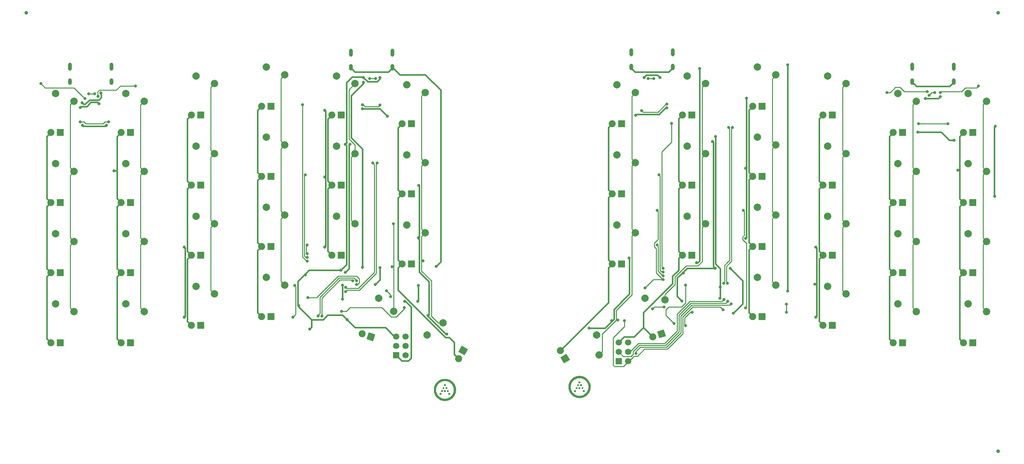
<source format=gtl>
G04 #@! TF.GenerationSoftware,KiCad,Pcbnew,(5.0.0)*
G04 #@! TF.CreationDate,2019-01-31T02:05:06-08:00*
G04 #@! TF.ProjectId,Orbit,4F726269742E6B696361645F70636200,rev?*
G04 #@! TF.SameCoordinates,Original*
G04 #@! TF.FileFunction,Copper,L1,Top,Signal*
G04 #@! TF.FilePolarity,Positive*
%FSLAX46Y46*%
G04 Gerber Fmt 4.6, Leading zero omitted, Abs format (unit mm)*
G04 Created by KiCad (PCBNEW (5.0.0)) date 01/31/19 02:05:06*
%MOMM*%
%LPD*%
G01*
G04 APERTURE LIST*
G04 #@! TA.AperFunction,EtchedComponent*
%ADD10C,0.010000*%
G04 #@! TD*
G04 #@! TA.AperFunction,ComponentPad*
%ADD11C,1.905000*%
G04 #@! TD*
G04 #@! TA.AperFunction,Conductor*
%ADD12C,0.100000*%
G04 #@! TD*
G04 #@! TA.AperFunction,ComponentPad*
%ADD13C,2.000000*%
G04 #@! TD*
G04 #@! TA.AperFunction,ComponentPad*
%ADD14R,1.905000X1.905000*%
G04 #@! TD*
G04 #@! TA.AperFunction,BGAPad,CuDef*
%ADD15C,1.000000*%
G04 #@! TD*
G04 #@! TA.AperFunction,ComponentPad*
%ADD16R,1.700000X1.700000*%
G04 #@! TD*
G04 #@! TA.AperFunction,ComponentPad*
%ADD17C,1.700000*%
G04 #@! TD*
G04 #@! TA.AperFunction,ComponentPad*
%ADD18O,1.000000X2.200000*%
G04 #@! TD*
G04 #@! TA.AperFunction,ComponentPad*
%ADD19O,1.000000X1.800000*%
G04 #@! TD*
G04 #@! TA.AperFunction,ViaPad*
%ADD20C,0.800000*%
G04 #@! TD*
G04 #@! TA.AperFunction,Conductor*
%ADD21C,0.381000*%
G04 #@! TD*
G04 #@! TA.AperFunction,Conductor*
%ADD22C,0.254000*%
G04 #@! TD*
G04 APERTURE END LIST*
D10*
G04 #@! TO.C,G\002A\002A\002A*
G36*
X139096750Y-129095500D02*
X138691938Y-129095500D01*
X138691938Y-128690688D01*
X139096750Y-128690688D01*
X139096750Y-129095500D01*
X139096750Y-129095500D01*
G37*
X139096750Y-129095500D02*
X138691938Y-129095500D01*
X138691938Y-128690688D01*
X139096750Y-128690688D01*
X139096750Y-129095500D01*
G36*
X139501563Y-129881313D02*
X139096750Y-129881313D01*
X139096750Y-129500313D01*
X139501563Y-129500313D01*
X139501563Y-129881313D01*
X139501563Y-129881313D01*
G37*
X139501563Y-129881313D02*
X139096750Y-129881313D01*
X139096750Y-129500313D01*
X139501563Y-129500313D01*
X139501563Y-129881313D01*
G36*
X138691938Y-129881313D02*
X138310938Y-129881313D01*
X138310938Y-129500313D01*
X138691938Y-129500313D01*
X138691938Y-129881313D01*
X138691938Y-129881313D01*
G37*
X138691938Y-129881313D02*
X138310938Y-129881313D01*
X138310938Y-129500313D01*
X138691938Y-129500313D01*
X138691938Y-129881313D01*
G36*
X139882563Y-130690938D02*
X139501563Y-130690938D01*
X139501563Y-130286125D01*
X139882563Y-130286125D01*
X139882563Y-130690938D01*
X139882563Y-130690938D01*
G37*
X139882563Y-130690938D02*
X139501563Y-130690938D01*
X139501563Y-130286125D01*
X139882563Y-130286125D01*
X139882563Y-130690938D01*
G36*
X139096750Y-130690938D02*
X138691938Y-130690938D01*
X138691938Y-130286125D01*
X139096750Y-130286125D01*
X139096750Y-130690938D01*
X139096750Y-130690938D01*
G37*
X139096750Y-130690938D02*
X138691938Y-130690938D01*
X138691938Y-130286125D01*
X139096750Y-130286125D01*
X139096750Y-130690938D01*
G36*
X138310938Y-130690938D02*
X137906125Y-130690938D01*
X137906125Y-130286125D01*
X138310938Y-130286125D01*
X138310938Y-130690938D01*
X138310938Y-130690938D01*
G37*
X138310938Y-130690938D02*
X137906125Y-130690938D01*
X137906125Y-130286125D01*
X138310938Y-130286125D01*
X138310938Y-130690938D01*
G36*
X140287375Y-131476750D02*
X139882563Y-131476750D01*
X139882563Y-131071938D01*
X140287375Y-131071938D01*
X140287375Y-131476750D01*
X140287375Y-131476750D01*
G37*
X140287375Y-131476750D02*
X139882563Y-131476750D01*
X139882563Y-131071938D01*
X140287375Y-131071938D01*
X140287375Y-131476750D01*
G36*
X137906125Y-131476750D02*
X137501313Y-131476750D01*
X137501313Y-131071938D01*
X137906125Y-131071938D01*
X137906125Y-131476750D01*
X137906125Y-131476750D01*
G37*
X137906125Y-131476750D02*
X137501313Y-131476750D01*
X137501313Y-131071938D01*
X137906125Y-131071938D01*
X137906125Y-131476750D01*
G36*
X138910219Y-127203045D02*
X139034337Y-127204415D01*
X139146049Y-127208572D01*
X139248642Y-127215919D01*
X139345406Y-127226860D01*
X139439628Y-127241798D01*
X139534597Y-127261137D01*
X139633601Y-127285281D01*
X139678880Y-127297418D01*
X139887427Y-127362656D01*
X140089515Y-127441992D01*
X140284378Y-127535028D01*
X140471249Y-127641368D01*
X140649364Y-127760616D01*
X140801510Y-127878617D01*
X140959178Y-128019342D01*
X141106515Y-128170787D01*
X141242836Y-128331885D01*
X141367458Y-128501567D01*
X141479697Y-128678766D01*
X141578870Y-128862416D01*
X141664292Y-129051447D01*
X141735280Y-129244793D01*
X141784034Y-129412803D01*
X141817105Y-129552789D01*
X141842465Y-129684725D01*
X141860857Y-129813997D01*
X141873025Y-129945993D01*
X141879711Y-130086100D01*
X141880364Y-130111500D01*
X141877645Y-130329797D01*
X141859450Y-130544580D01*
X141825785Y-130755821D01*
X141776656Y-130963489D01*
X141712069Y-131167555D01*
X141647872Y-131331487D01*
X141619789Y-131396752D01*
X141595727Y-131450910D01*
X141573858Y-131497613D01*
X141552357Y-131540513D01*
X141529396Y-131583263D01*
X141503150Y-131629515D01*
X141474025Y-131679156D01*
X141354806Y-131865427D01*
X141224702Y-132040153D01*
X141083579Y-132203465D01*
X140931305Y-132355496D01*
X140767747Y-132496380D01*
X140592774Y-132626248D01*
X140410406Y-132742775D01*
X140357577Y-132773744D01*
X140311664Y-132799721D01*
X140269015Y-132822531D01*
X140225978Y-132844001D01*
X140178901Y-132865957D01*
X140124131Y-132890225D01*
X140062737Y-132916622D01*
X139966504Y-132956169D01*
X139877786Y-132989208D01*
X139790672Y-133017695D01*
X139699248Y-133043589D01*
X139616656Y-133064322D01*
X139452140Y-133099876D01*
X139295045Y-133125553D01*
X139140817Y-133141893D01*
X138984899Y-133149436D01*
X138894344Y-133150013D01*
X138843125Y-133149498D01*
X138795004Y-133148793D01*
X138753124Y-133147960D01*
X138720628Y-133147063D01*
X138700660Y-133146165D01*
X138699875Y-133146109D01*
X138483701Y-133122157D01*
X138270944Y-133083170D01*
X138062463Y-133029467D01*
X137859118Y-132961363D01*
X137661766Y-132879176D01*
X137471268Y-132783225D01*
X137288482Y-132673826D01*
X137137526Y-132568796D01*
X136964599Y-132430449D01*
X136803915Y-132282088D01*
X136655701Y-132124039D01*
X136520179Y-131956632D01*
X136397574Y-131780194D01*
X136288111Y-131595052D01*
X136192013Y-131401535D01*
X136109506Y-131199971D01*
X136040813Y-130990688D01*
X136028668Y-130947630D01*
X136002302Y-130845835D01*
X135980917Y-130749511D01*
X135964109Y-130655367D01*
X135951475Y-130560117D01*
X135942610Y-130460470D01*
X135937112Y-130353140D01*
X135934576Y-130234836D01*
X135934295Y-130178969D01*
X135934970Y-130123608D01*
X136467044Y-130123608D01*
X136467147Y-130203746D01*
X136468813Y-130283410D01*
X136472009Y-130358537D01*
X136476706Y-130425060D01*
X136480426Y-130460750D01*
X136512300Y-130658048D01*
X136558951Y-130849663D01*
X136620201Y-131035222D01*
X136695869Y-131214349D01*
X136785777Y-131386669D01*
X136889744Y-131551809D01*
X137007591Y-131709393D01*
X137139138Y-131859047D01*
X137161474Y-131882260D01*
X137295708Y-132009334D01*
X137441410Y-132127270D01*
X137595881Y-132234090D01*
X137756419Y-132327816D01*
X137802208Y-132351504D01*
X137876616Y-132388153D01*
X137941857Y-132418372D01*
X138002354Y-132443940D01*
X138062528Y-132466634D01*
X138126801Y-132488233D01*
X138191875Y-132508227D01*
X138381088Y-132557640D01*
X138566839Y-132592091D01*
X138750577Y-132611714D01*
X138933753Y-132616642D01*
X139117814Y-132607011D01*
X139184356Y-132600031D01*
X139371688Y-132571087D01*
X139551269Y-132529278D01*
X139725607Y-132473854D01*
X139897209Y-132404064D01*
X139994166Y-132357866D01*
X140164798Y-132264447D01*
X140324214Y-132160712D01*
X140473172Y-132045974D01*
X140612429Y-131919550D01*
X140742744Y-131780754D01*
X140864874Y-131628903D01*
X140973142Y-131473259D01*
X140998268Y-131432068D01*
X141027591Y-131379940D01*
X141059291Y-131320496D01*
X141091549Y-131257356D01*
X141122543Y-131194140D01*
X141150456Y-131134467D01*
X141173465Y-131081957D01*
X141186903Y-131048125D01*
X141249770Y-130856584D01*
X141297166Y-130663845D01*
X141329050Y-130470450D01*
X141345380Y-130276940D01*
X141346118Y-130083857D01*
X141331222Y-129891742D01*
X141300652Y-129701136D01*
X141290849Y-129655094D01*
X141257200Y-129518801D01*
X141218892Y-129392618D01*
X141173954Y-129271007D01*
X141120413Y-129148432D01*
X141082754Y-129070958D01*
X140989049Y-128902110D01*
X140882224Y-128741673D01*
X140763048Y-128590368D01*
X140632287Y-128448914D01*
X140490710Y-128318031D01*
X140339084Y-128198440D01*
X140178177Y-128090860D01*
X140008757Y-127996011D01*
X139864575Y-127928480D01*
X139692947Y-127862085D01*
X139520393Y-127810087D01*
X139344906Y-127772078D01*
X139164476Y-127747651D01*
X138977095Y-127736397D01*
X138914188Y-127735507D01*
X138716093Y-127741877D01*
X138524465Y-127762522D01*
X138338531Y-127797673D01*
X138157515Y-127847567D01*
X137980644Y-127912435D01*
X137807144Y-127992513D01*
X137636241Y-128088035D01*
X137535544Y-128152244D01*
X137396111Y-128253772D01*
X137261913Y-128368278D01*
X137134591Y-128493839D01*
X137015785Y-128628531D01*
X136907136Y-128770431D01*
X136810285Y-128917615D01*
X136726872Y-129068161D01*
X136692076Y-129141080D01*
X136630673Y-129285939D01*
X136580442Y-129425178D01*
X136540185Y-129563126D01*
X136508706Y-129704114D01*
X136484806Y-129852471D01*
X136476405Y-129921000D01*
X136471642Y-129978170D01*
X136468532Y-130047061D01*
X136467044Y-130123608D01*
X135934970Y-130123608D01*
X135936040Y-130035973D01*
X135941914Y-129905106D01*
X135952488Y-129783025D01*
X135968335Y-129666385D01*
X135990027Y-129551844D01*
X136018137Y-129436059D01*
X136053236Y-129315687D01*
X136095897Y-129187384D01*
X136111591Y-129143125D01*
X136189976Y-128948406D01*
X136282816Y-128760072D01*
X136389922Y-128578385D01*
X136511102Y-128403608D01*
X136646167Y-128236003D01*
X136794924Y-128075833D01*
X136957183Y-127923360D01*
X137064021Y-127833179D01*
X137149850Y-127767686D01*
X137247389Y-127700360D01*
X137352998Y-127633412D01*
X137463036Y-127569055D01*
X137573863Y-127509500D01*
X137681839Y-127456958D01*
X137687844Y-127454215D01*
X137757804Y-127424342D01*
X137838985Y-127392956D01*
X137927017Y-127361536D01*
X138017529Y-127331562D01*
X138106151Y-127304511D01*
X138188514Y-127281864D01*
X138220400Y-127273971D01*
X138313625Y-127253203D01*
X138402599Y-127236543D01*
X138490603Y-127223652D01*
X138580919Y-127214195D01*
X138676828Y-127207832D01*
X138781610Y-127204228D01*
X138898545Y-127203044D01*
X138910219Y-127203045D01*
X138910219Y-127203045D01*
G37*
X138910219Y-127203045D02*
X139034337Y-127204415D01*
X139146049Y-127208572D01*
X139248642Y-127215919D01*
X139345406Y-127226860D01*
X139439628Y-127241798D01*
X139534597Y-127261137D01*
X139633601Y-127285281D01*
X139678880Y-127297418D01*
X139887427Y-127362656D01*
X140089515Y-127441992D01*
X140284378Y-127535028D01*
X140471249Y-127641368D01*
X140649364Y-127760616D01*
X140801510Y-127878617D01*
X140959178Y-128019342D01*
X141106515Y-128170787D01*
X141242836Y-128331885D01*
X141367458Y-128501567D01*
X141479697Y-128678766D01*
X141578870Y-128862416D01*
X141664292Y-129051447D01*
X141735280Y-129244793D01*
X141784034Y-129412803D01*
X141817105Y-129552789D01*
X141842465Y-129684725D01*
X141860857Y-129813997D01*
X141873025Y-129945993D01*
X141879711Y-130086100D01*
X141880364Y-130111500D01*
X141877645Y-130329797D01*
X141859450Y-130544580D01*
X141825785Y-130755821D01*
X141776656Y-130963489D01*
X141712069Y-131167555D01*
X141647872Y-131331487D01*
X141619789Y-131396752D01*
X141595727Y-131450910D01*
X141573858Y-131497613D01*
X141552357Y-131540513D01*
X141529396Y-131583263D01*
X141503150Y-131629515D01*
X141474025Y-131679156D01*
X141354806Y-131865427D01*
X141224702Y-132040153D01*
X141083579Y-132203465D01*
X140931305Y-132355496D01*
X140767747Y-132496380D01*
X140592774Y-132626248D01*
X140410406Y-132742775D01*
X140357577Y-132773744D01*
X140311664Y-132799721D01*
X140269015Y-132822531D01*
X140225978Y-132844001D01*
X140178901Y-132865957D01*
X140124131Y-132890225D01*
X140062737Y-132916622D01*
X139966504Y-132956169D01*
X139877786Y-132989208D01*
X139790672Y-133017695D01*
X139699248Y-133043589D01*
X139616656Y-133064322D01*
X139452140Y-133099876D01*
X139295045Y-133125553D01*
X139140817Y-133141893D01*
X138984899Y-133149436D01*
X138894344Y-133150013D01*
X138843125Y-133149498D01*
X138795004Y-133148793D01*
X138753124Y-133147960D01*
X138720628Y-133147063D01*
X138700660Y-133146165D01*
X138699875Y-133146109D01*
X138483701Y-133122157D01*
X138270944Y-133083170D01*
X138062463Y-133029467D01*
X137859118Y-132961363D01*
X137661766Y-132879176D01*
X137471268Y-132783225D01*
X137288482Y-132673826D01*
X137137526Y-132568796D01*
X136964599Y-132430449D01*
X136803915Y-132282088D01*
X136655701Y-132124039D01*
X136520179Y-131956632D01*
X136397574Y-131780194D01*
X136288111Y-131595052D01*
X136192013Y-131401535D01*
X136109506Y-131199971D01*
X136040813Y-130990688D01*
X136028668Y-130947630D01*
X136002302Y-130845835D01*
X135980917Y-130749511D01*
X135964109Y-130655367D01*
X135951475Y-130560117D01*
X135942610Y-130460470D01*
X135937112Y-130353140D01*
X135934576Y-130234836D01*
X135934295Y-130178969D01*
X135934970Y-130123608D01*
X136467044Y-130123608D01*
X136467147Y-130203746D01*
X136468813Y-130283410D01*
X136472009Y-130358537D01*
X136476706Y-130425060D01*
X136480426Y-130460750D01*
X136512300Y-130658048D01*
X136558951Y-130849663D01*
X136620201Y-131035222D01*
X136695869Y-131214349D01*
X136785777Y-131386669D01*
X136889744Y-131551809D01*
X137007591Y-131709393D01*
X137139138Y-131859047D01*
X137161474Y-131882260D01*
X137295708Y-132009334D01*
X137441410Y-132127270D01*
X137595881Y-132234090D01*
X137756419Y-132327816D01*
X137802208Y-132351504D01*
X137876616Y-132388153D01*
X137941857Y-132418372D01*
X138002354Y-132443940D01*
X138062528Y-132466634D01*
X138126801Y-132488233D01*
X138191875Y-132508227D01*
X138381088Y-132557640D01*
X138566839Y-132592091D01*
X138750577Y-132611714D01*
X138933753Y-132616642D01*
X139117814Y-132607011D01*
X139184356Y-132600031D01*
X139371688Y-132571087D01*
X139551269Y-132529278D01*
X139725607Y-132473854D01*
X139897209Y-132404064D01*
X139994166Y-132357866D01*
X140164798Y-132264447D01*
X140324214Y-132160712D01*
X140473172Y-132045974D01*
X140612429Y-131919550D01*
X140742744Y-131780754D01*
X140864874Y-131628903D01*
X140973142Y-131473259D01*
X140998268Y-131432068D01*
X141027591Y-131379940D01*
X141059291Y-131320496D01*
X141091549Y-131257356D01*
X141122543Y-131194140D01*
X141150456Y-131134467D01*
X141173465Y-131081957D01*
X141186903Y-131048125D01*
X141249770Y-130856584D01*
X141297166Y-130663845D01*
X141329050Y-130470450D01*
X141345380Y-130276940D01*
X141346118Y-130083857D01*
X141331222Y-129891742D01*
X141300652Y-129701136D01*
X141290849Y-129655094D01*
X141257200Y-129518801D01*
X141218892Y-129392618D01*
X141173954Y-129271007D01*
X141120413Y-129148432D01*
X141082754Y-129070958D01*
X140989049Y-128902110D01*
X140882224Y-128741673D01*
X140763048Y-128590368D01*
X140632287Y-128448914D01*
X140490710Y-128318031D01*
X140339084Y-128198440D01*
X140178177Y-128090860D01*
X140008757Y-127996011D01*
X139864575Y-127928480D01*
X139692947Y-127862085D01*
X139520393Y-127810087D01*
X139344906Y-127772078D01*
X139164476Y-127747651D01*
X138977095Y-127736397D01*
X138914188Y-127735507D01*
X138716093Y-127741877D01*
X138524465Y-127762522D01*
X138338531Y-127797673D01*
X138157515Y-127847567D01*
X137980644Y-127912435D01*
X137807144Y-127992513D01*
X137636241Y-128088035D01*
X137535544Y-128152244D01*
X137396111Y-128253772D01*
X137261913Y-128368278D01*
X137134591Y-128493839D01*
X137015785Y-128628531D01*
X136907136Y-128770431D01*
X136810285Y-128917615D01*
X136726872Y-129068161D01*
X136692076Y-129141080D01*
X136630673Y-129285939D01*
X136580442Y-129425178D01*
X136540185Y-129563126D01*
X136508706Y-129704114D01*
X136484806Y-129852471D01*
X136476405Y-129921000D01*
X136471642Y-129978170D01*
X136468532Y-130047061D01*
X136467044Y-130123608D01*
X135934970Y-130123608D01*
X135936040Y-130035973D01*
X135941914Y-129905106D01*
X135952488Y-129783025D01*
X135968335Y-129666385D01*
X135990027Y-129551844D01*
X136018137Y-129436059D01*
X136053236Y-129315687D01*
X136095897Y-129187384D01*
X136111591Y-129143125D01*
X136189976Y-128948406D01*
X136282816Y-128760072D01*
X136389922Y-128578385D01*
X136511102Y-128403608D01*
X136646167Y-128236003D01*
X136794924Y-128075833D01*
X136957183Y-127923360D01*
X137064021Y-127833179D01*
X137149850Y-127767686D01*
X137247389Y-127700360D01*
X137352998Y-127633412D01*
X137463036Y-127569055D01*
X137573863Y-127509500D01*
X137681839Y-127456958D01*
X137687844Y-127454215D01*
X137757804Y-127424342D01*
X137838985Y-127392956D01*
X137927017Y-127361536D01*
X138017529Y-127331562D01*
X138106151Y-127304511D01*
X138188514Y-127281864D01*
X138220400Y-127273971D01*
X138313625Y-127253203D01*
X138402599Y-127236543D01*
X138490603Y-127223652D01*
X138580919Y-127214195D01*
X138676828Y-127207832D01*
X138781610Y-127204228D01*
X138898545Y-127203044D01*
X138910219Y-127203045D01*
G36*
X175609250Y-128301750D02*
X175204438Y-128301750D01*
X175204438Y-127896938D01*
X175609250Y-127896938D01*
X175609250Y-128301750D01*
X175609250Y-128301750D01*
G37*
X175609250Y-128301750D02*
X175204438Y-128301750D01*
X175204438Y-127896938D01*
X175609250Y-127896938D01*
X175609250Y-128301750D01*
G36*
X176014063Y-129087563D02*
X175609250Y-129087563D01*
X175609250Y-128706563D01*
X176014063Y-128706563D01*
X176014063Y-129087563D01*
X176014063Y-129087563D01*
G37*
X176014063Y-129087563D02*
X175609250Y-129087563D01*
X175609250Y-128706563D01*
X176014063Y-128706563D01*
X176014063Y-129087563D01*
G36*
X175204438Y-129087563D02*
X174823438Y-129087563D01*
X174823438Y-128706563D01*
X175204438Y-128706563D01*
X175204438Y-129087563D01*
X175204438Y-129087563D01*
G37*
X175204438Y-129087563D02*
X174823438Y-129087563D01*
X174823438Y-128706563D01*
X175204438Y-128706563D01*
X175204438Y-129087563D01*
G36*
X176395063Y-129897188D02*
X176014063Y-129897188D01*
X176014063Y-129492375D01*
X176395063Y-129492375D01*
X176395063Y-129897188D01*
X176395063Y-129897188D01*
G37*
X176395063Y-129897188D02*
X176014063Y-129897188D01*
X176014063Y-129492375D01*
X176395063Y-129492375D01*
X176395063Y-129897188D01*
G36*
X175609250Y-129897188D02*
X175204438Y-129897188D01*
X175204438Y-129492375D01*
X175609250Y-129492375D01*
X175609250Y-129897188D01*
X175609250Y-129897188D01*
G37*
X175609250Y-129897188D02*
X175204438Y-129897188D01*
X175204438Y-129492375D01*
X175609250Y-129492375D01*
X175609250Y-129897188D01*
G36*
X174823438Y-129897188D02*
X174418625Y-129897188D01*
X174418625Y-129492375D01*
X174823438Y-129492375D01*
X174823438Y-129897188D01*
X174823438Y-129897188D01*
G37*
X174823438Y-129897188D02*
X174418625Y-129897188D01*
X174418625Y-129492375D01*
X174823438Y-129492375D01*
X174823438Y-129897188D01*
G36*
X176799875Y-130683000D02*
X176395063Y-130683000D01*
X176395063Y-130278188D01*
X176799875Y-130278188D01*
X176799875Y-130683000D01*
X176799875Y-130683000D01*
G37*
X176799875Y-130683000D02*
X176395063Y-130683000D01*
X176395063Y-130278188D01*
X176799875Y-130278188D01*
X176799875Y-130683000D01*
G36*
X174418625Y-130683000D02*
X174013813Y-130683000D01*
X174013813Y-130278188D01*
X174418625Y-130278188D01*
X174418625Y-130683000D01*
X174418625Y-130683000D01*
G37*
X174418625Y-130683000D02*
X174013813Y-130683000D01*
X174013813Y-130278188D01*
X174418625Y-130278188D01*
X174418625Y-130683000D01*
G36*
X175422719Y-126409295D02*
X175546837Y-126410665D01*
X175658549Y-126414822D01*
X175761142Y-126422169D01*
X175857906Y-126433110D01*
X175952128Y-126448048D01*
X176047097Y-126467387D01*
X176146101Y-126491531D01*
X176191380Y-126503668D01*
X176399927Y-126568906D01*
X176602015Y-126648242D01*
X176796878Y-126741278D01*
X176983749Y-126847618D01*
X177161864Y-126966866D01*
X177314010Y-127084867D01*
X177471678Y-127225592D01*
X177619015Y-127377037D01*
X177755336Y-127538135D01*
X177879958Y-127707817D01*
X177992197Y-127885016D01*
X178091370Y-128068666D01*
X178176792Y-128257697D01*
X178247780Y-128451043D01*
X178296534Y-128619053D01*
X178329605Y-128759039D01*
X178354965Y-128890975D01*
X178373357Y-129020247D01*
X178385525Y-129152243D01*
X178392211Y-129292350D01*
X178392864Y-129317750D01*
X178390145Y-129536047D01*
X178371950Y-129750830D01*
X178338285Y-129962071D01*
X178289156Y-130169739D01*
X178224569Y-130373805D01*
X178160372Y-130537737D01*
X178132289Y-130603002D01*
X178108227Y-130657160D01*
X178086358Y-130703863D01*
X178064857Y-130746763D01*
X178041896Y-130789513D01*
X178015650Y-130835765D01*
X177986525Y-130885406D01*
X177867306Y-131071677D01*
X177737202Y-131246403D01*
X177596079Y-131409715D01*
X177443805Y-131561746D01*
X177280247Y-131702630D01*
X177105274Y-131832498D01*
X176922906Y-131949025D01*
X176870077Y-131979994D01*
X176824164Y-132005971D01*
X176781515Y-132028781D01*
X176738478Y-132050251D01*
X176691401Y-132072207D01*
X176636631Y-132096475D01*
X176575237Y-132122872D01*
X176479004Y-132162419D01*
X176390286Y-132195458D01*
X176303172Y-132223945D01*
X176211748Y-132249839D01*
X176129156Y-132270572D01*
X175964640Y-132306126D01*
X175807545Y-132331803D01*
X175653317Y-132348143D01*
X175497399Y-132355686D01*
X175406844Y-132356263D01*
X175355625Y-132355748D01*
X175307504Y-132355043D01*
X175265624Y-132354210D01*
X175233128Y-132353313D01*
X175213160Y-132352415D01*
X175212375Y-132352359D01*
X174996201Y-132328407D01*
X174783444Y-132289420D01*
X174574963Y-132235717D01*
X174371618Y-132167613D01*
X174174266Y-132085426D01*
X173983768Y-131989475D01*
X173800982Y-131880076D01*
X173650026Y-131775046D01*
X173477099Y-131636699D01*
X173316415Y-131488338D01*
X173168201Y-131330289D01*
X173032679Y-131162882D01*
X172910074Y-130986444D01*
X172800611Y-130801302D01*
X172704513Y-130607785D01*
X172622006Y-130406221D01*
X172553313Y-130196938D01*
X172541168Y-130153880D01*
X172514802Y-130052085D01*
X172493417Y-129955761D01*
X172476609Y-129861617D01*
X172463975Y-129766367D01*
X172455110Y-129666720D01*
X172449612Y-129559390D01*
X172447076Y-129441086D01*
X172446795Y-129385219D01*
X172447470Y-129329858D01*
X172979544Y-129329858D01*
X172979647Y-129409996D01*
X172981313Y-129489660D01*
X172984509Y-129564787D01*
X172989206Y-129631310D01*
X172992926Y-129667000D01*
X173024800Y-129864298D01*
X173071451Y-130055913D01*
X173132701Y-130241472D01*
X173208369Y-130420599D01*
X173298277Y-130592919D01*
X173402244Y-130758059D01*
X173520091Y-130915643D01*
X173651638Y-131065297D01*
X173673974Y-131088510D01*
X173808208Y-131215584D01*
X173953910Y-131333520D01*
X174108381Y-131440340D01*
X174268919Y-131534066D01*
X174314708Y-131557754D01*
X174389116Y-131594403D01*
X174454357Y-131624622D01*
X174514854Y-131650190D01*
X174575028Y-131672884D01*
X174639301Y-131694483D01*
X174704375Y-131714477D01*
X174893588Y-131763890D01*
X175079339Y-131798341D01*
X175263077Y-131817964D01*
X175446253Y-131822892D01*
X175630314Y-131813261D01*
X175696856Y-131806281D01*
X175884188Y-131777337D01*
X176063769Y-131735528D01*
X176238107Y-131680104D01*
X176409709Y-131610314D01*
X176506666Y-131564116D01*
X176677298Y-131470697D01*
X176836714Y-131366962D01*
X176985672Y-131252224D01*
X177124929Y-131125800D01*
X177255244Y-130987004D01*
X177377374Y-130835153D01*
X177485642Y-130679509D01*
X177510768Y-130638318D01*
X177540091Y-130586190D01*
X177571791Y-130526746D01*
X177604049Y-130463606D01*
X177635043Y-130400390D01*
X177662956Y-130340717D01*
X177685965Y-130288207D01*
X177699403Y-130254375D01*
X177762270Y-130062834D01*
X177809666Y-129870095D01*
X177841550Y-129676700D01*
X177857880Y-129483190D01*
X177858618Y-129290107D01*
X177843722Y-129097992D01*
X177813152Y-128907386D01*
X177803349Y-128861344D01*
X177769700Y-128725051D01*
X177731392Y-128598868D01*
X177686454Y-128477257D01*
X177632913Y-128354682D01*
X177595254Y-128277208D01*
X177501549Y-128108360D01*
X177394724Y-127947923D01*
X177275548Y-127796618D01*
X177144787Y-127655164D01*
X177003210Y-127524281D01*
X176851584Y-127404690D01*
X176690677Y-127297110D01*
X176521257Y-127202261D01*
X176377075Y-127134730D01*
X176205447Y-127068335D01*
X176032893Y-127016337D01*
X175857406Y-126978328D01*
X175676976Y-126953901D01*
X175489595Y-126942647D01*
X175426688Y-126941757D01*
X175228593Y-126948127D01*
X175036965Y-126968772D01*
X174851031Y-127003923D01*
X174670015Y-127053817D01*
X174493144Y-127118685D01*
X174319644Y-127198763D01*
X174148741Y-127294285D01*
X174048044Y-127358494D01*
X173908611Y-127460022D01*
X173774413Y-127574528D01*
X173647091Y-127700089D01*
X173528285Y-127834781D01*
X173419636Y-127976681D01*
X173322785Y-128123865D01*
X173239372Y-128274411D01*
X173204576Y-128347330D01*
X173143173Y-128492189D01*
X173092942Y-128631428D01*
X173052685Y-128769376D01*
X173021206Y-128910364D01*
X172997306Y-129058721D01*
X172988905Y-129127250D01*
X172984142Y-129184420D01*
X172981032Y-129253311D01*
X172979544Y-129329858D01*
X172447470Y-129329858D01*
X172448540Y-129242223D01*
X172454414Y-129111356D01*
X172464988Y-128989275D01*
X172480835Y-128872635D01*
X172502527Y-128758094D01*
X172530637Y-128642309D01*
X172565736Y-128521937D01*
X172608397Y-128393634D01*
X172624091Y-128349375D01*
X172702476Y-128154656D01*
X172795316Y-127966322D01*
X172902422Y-127784635D01*
X173023602Y-127609858D01*
X173158667Y-127442253D01*
X173307424Y-127282083D01*
X173469683Y-127129610D01*
X173576521Y-127039429D01*
X173662350Y-126973936D01*
X173759889Y-126906610D01*
X173865498Y-126839662D01*
X173975536Y-126775305D01*
X174086363Y-126715750D01*
X174194339Y-126663208D01*
X174200344Y-126660465D01*
X174270304Y-126630592D01*
X174351485Y-126599206D01*
X174439517Y-126567786D01*
X174530029Y-126537812D01*
X174618651Y-126510761D01*
X174701014Y-126488114D01*
X174732900Y-126480221D01*
X174826125Y-126459453D01*
X174915099Y-126442793D01*
X175003103Y-126429902D01*
X175093419Y-126420445D01*
X175189328Y-126414082D01*
X175294110Y-126410478D01*
X175411045Y-126409294D01*
X175422719Y-126409295D01*
X175422719Y-126409295D01*
G37*
X175422719Y-126409295D02*
X175546837Y-126410665D01*
X175658549Y-126414822D01*
X175761142Y-126422169D01*
X175857906Y-126433110D01*
X175952128Y-126448048D01*
X176047097Y-126467387D01*
X176146101Y-126491531D01*
X176191380Y-126503668D01*
X176399927Y-126568906D01*
X176602015Y-126648242D01*
X176796878Y-126741278D01*
X176983749Y-126847618D01*
X177161864Y-126966866D01*
X177314010Y-127084867D01*
X177471678Y-127225592D01*
X177619015Y-127377037D01*
X177755336Y-127538135D01*
X177879958Y-127707817D01*
X177992197Y-127885016D01*
X178091370Y-128068666D01*
X178176792Y-128257697D01*
X178247780Y-128451043D01*
X178296534Y-128619053D01*
X178329605Y-128759039D01*
X178354965Y-128890975D01*
X178373357Y-129020247D01*
X178385525Y-129152243D01*
X178392211Y-129292350D01*
X178392864Y-129317750D01*
X178390145Y-129536047D01*
X178371950Y-129750830D01*
X178338285Y-129962071D01*
X178289156Y-130169739D01*
X178224569Y-130373805D01*
X178160372Y-130537737D01*
X178132289Y-130603002D01*
X178108227Y-130657160D01*
X178086358Y-130703863D01*
X178064857Y-130746763D01*
X178041896Y-130789513D01*
X178015650Y-130835765D01*
X177986525Y-130885406D01*
X177867306Y-131071677D01*
X177737202Y-131246403D01*
X177596079Y-131409715D01*
X177443805Y-131561746D01*
X177280247Y-131702630D01*
X177105274Y-131832498D01*
X176922906Y-131949025D01*
X176870077Y-131979994D01*
X176824164Y-132005971D01*
X176781515Y-132028781D01*
X176738478Y-132050251D01*
X176691401Y-132072207D01*
X176636631Y-132096475D01*
X176575237Y-132122872D01*
X176479004Y-132162419D01*
X176390286Y-132195458D01*
X176303172Y-132223945D01*
X176211748Y-132249839D01*
X176129156Y-132270572D01*
X175964640Y-132306126D01*
X175807545Y-132331803D01*
X175653317Y-132348143D01*
X175497399Y-132355686D01*
X175406844Y-132356263D01*
X175355625Y-132355748D01*
X175307504Y-132355043D01*
X175265624Y-132354210D01*
X175233128Y-132353313D01*
X175213160Y-132352415D01*
X175212375Y-132352359D01*
X174996201Y-132328407D01*
X174783444Y-132289420D01*
X174574963Y-132235717D01*
X174371618Y-132167613D01*
X174174266Y-132085426D01*
X173983768Y-131989475D01*
X173800982Y-131880076D01*
X173650026Y-131775046D01*
X173477099Y-131636699D01*
X173316415Y-131488338D01*
X173168201Y-131330289D01*
X173032679Y-131162882D01*
X172910074Y-130986444D01*
X172800611Y-130801302D01*
X172704513Y-130607785D01*
X172622006Y-130406221D01*
X172553313Y-130196938D01*
X172541168Y-130153880D01*
X172514802Y-130052085D01*
X172493417Y-129955761D01*
X172476609Y-129861617D01*
X172463975Y-129766367D01*
X172455110Y-129666720D01*
X172449612Y-129559390D01*
X172447076Y-129441086D01*
X172446795Y-129385219D01*
X172447470Y-129329858D01*
X172979544Y-129329858D01*
X172979647Y-129409996D01*
X172981313Y-129489660D01*
X172984509Y-129564787D01*
X172989206Y-129631310D01*
X172992926Y-129667000D01*
X173024800Y-129864298D01*
X173071451Y-130055913D01*
X173132701Y-130241472D01*
X173208369Y-130420599D01*
X173298277Y-130592919D01*
X173402244Y-130758059D01*
X173520091Y-130915643D01*
X173651638Y-131065297D01*
X173673974Y-131088510D01*
X173808208Y-131215584D01*
X173953910Y-131333520D01*
X174108381Y-131440340D01*
X174268919Y-131534066D01*
X174314708Y-131557754D01*
X174389116Y-131594403D01*
X174454357Y-131624622D01*
X174514854Y-131650190D01*
X174575028Y-131672884D01*
X174639301Y-131694483D01*
X174704375Y-131714477D01*
X174893588Y-131763890D01*
X175079339Y-131798341D01*
X175263077Y-131817964D01*
X175446253Y-131822892D01*
X175630314Y-131813261D01*
X175696856Y-131806281D01*
X175884188Y-131777337D01*
X176063769Y-131735528D01*
X176238107Y-131680104D01*
X176409709Y-131610314D01*
X176506666Y-131564116D01*
X176677298Y-131470697D01*
X176836714Y-131366962D01*
X176985672Y-131252224D01*
X177124929Y-131125800D01*
X177255244Y-130987004D01*
X177377374Y-130835153D01*
X177485642Y-130679509D01*
X177510768Y-130638318D01*
X177540091Y-130586190D01*
X177571791Y-130526746D01*
X177604049Y-130463606D01*
X177635043Y-130400390D01*
X177662956Y-130340717D01*
X177685965Y-130288207D01*
X177699403Y-130254375D01*
X177762270Y-130062834D01*
X177809666Y-129870095D01*
X177841550Y-129676700D01*
X177857880Y-129483190D01*
X177858618Y-129290107D01*
X177843722Y-129097992D01*
X177813152Y-128907386D01*
X177803349Y-128861344D01*
X177769700Y-128725051D01*
X177731392Y-128598868D01*
X177686454Y-128477257D01*
X177632913Y-128354682D01*
X177595254Y-128277208D01*
X177501549Y-128108360D01*
X177394724Y-127947923D01*
X177275548Y-127796618D01*
X177144787Y-127655164D01*
X177003210Y-127524281D01*
X176851584Y-127404690D01*
X176690677Y-127297110D01*
X176521257Y-127202261D01*
X176377075Y-127134730D01*
X176205447Y-127068335D01*
X176032893Y-127016337D01*
X175857406Y-126978328D01*
X175676976Y-126953901D01*
X175489595Y-126942647D01*
X175426688Y-126941757D01*
X175228593Y-126948127D01*
X175036965Y-126968772D01*
X174851031Y-127003923D01*
X174670015Y-127053817D01*
X174493144Y-127118685D01*
X174319644Y-127198763D01*
X174148741Y-127294285D01*
X174048044Y-127358494D01*
X173908611Y-127460022D01*
X173774413Y-127574528D01*
X173647091Y-127700089D01*
X173528285Y-127834781D01*
X173419636Y-127976681D01*
X173322785Y-128123865D01*
X173239372Y-128274411D01*
X173204576Y-128347330D01*
X173143173Y-128492189D01*
X173092942Y-128631428D01*
X173052685Y-128769376D01*
X173021206Y-128910364D01*
X172997306Y-129058721D01*
X172988905Y-129127250D01*
X172984142Y-129184420D01*
X172981032Y-129253311D01*
X172979544Y-129329858D01*
X172447470Y-129329858D01*
X172448540Y-129242223D01*
X172454414Y-129111356D01*
X172464988Y-128989275D01*
X172480835Y-128872635D01*
X172502527Y-128758094D01*
X172530637Y-128642309D01*
X172565736Y-128521937D01*
X172608397Y-128393634D01*
X172624091Y-128349375D01*
X172702476Y-128154656D01*
X172795316Y-127966322D01*
X172902422Y-127784635D01*
X173023602Y-127609858D01*
X173158667Y-127442253D01*
X173307424Y-127282083D01*
X173469683Y-127129610D01*
X173576521Y-127039429D01*
X173662350Y-126973936D01*
X173759889Y-126906610D01*
X173865498Y-126839662D01*
X173975536Y-126775305D01*
X174086363Y-126715750D01*
X174194339Y-126663208D01*
X174200344Y-126660465D01*
X174270304Y-126630592D01*
X174351485Y-126599206D01*
X174439517Y-126567786D01*
X174530029Y-126537812D01*
X174618651Y-126510761D01*
X174701014Y-126488114D01*
X174732900Y-126480221D01*
X174826125Y-126459453D01*
X174915099Y-126442793D01*
X175003103Y-126429902D01*
X175093419Y-126420445D01*
X175189328Y-126414082D01*
X175294110Y-126410478D01*
X175411045Y-126409294D01*
X175422719Y-126409295D01*
G04 #@! TD*
D11*
G04 #@! TO.P,MX34,4*
G04 #@! TO.N,Net-(MX34-Pad4)*
X143897319Y-119497898D03*
D12*
G04 #@! TD*
G04 #@! TO.N,Net-(MX34-Pad4)*
G04 #@! TO.C,MX34*
G36*
X144245958Y-120799037D02*
X142596180Y-119846537D01*
X143548680Y-118196759D01*
X145198458Y-119149259D01*
X144245958Y-120799037D01*
X144245958Y-120799037D01*
G37*
D11*
G04 #@! TO.P,MX34,3*
G04 #@! TO.N,+5V*
X142627319Y-121697602D03*
D13*
G04 #@! TO.P,MX34,1*
G04 #@! TO.N,COL5*
X138401103Y-112017623D03*
G04 #@! TO.P,MX34,2*
G04 #@! TO.N,Net-(D34-Pad2)*
X134082450Y-115297750D03*
G04 #@! TD*
D11*
G04 #@! TO.P,MX63,4*
G04 #@! TO.N,Net-(MX63-Pad4)*
X171547681Y-121697602D03*
D12*
G04 #@! TD*
G04 #@! TO.N,Net-(MX63-Pad4)*
G04 #@! TO.C,MX63*
G36*
X170246542Y-121348963D02*
X171896320Y-120396463D01*
X172848820Y-122046241D01*
X171199042Y-122998741D01*
X170246542Y-121348963D01*
X170246542Y-121348963D01*
G37*
D11*
G04 #@! TO.P,MX63,3*
G04 #@! TO.N,+5VA*
X170277681Y-119497898D03*
D13*
G04 #@! TO.P,MX63,1*
G04 #@! TO.N,COL0-R*
X180773897Y-120677877D03*
G04 #@! TO.P,MX63,2*
G04 #@! TO.N,Net-(D64-Pad2)*
X180092550Y-115297750D03*
G04 #@! TD*
D14*
G04 #@! TO.P,MX9,4*
G04 #@! TO.N,Net-(MX9-Pad4)*
X34607500Y-60262500D03*
D11*
G04 #@! TO.P,MX9,3*
G04 #@! TO.N,+5V*
X32067500Y-60262500D03*
D13*
G04 #@! TO.P,MX9,1*
G04 #@! TO.N,COL0*
X38337500Y-51762500D03*
G04 #@! TO.P,MX9,2*
G04 #@! TO.N,Net-(D9-Pad2)*
X33337500Y-49662500D03*
G04 #@! TD*
D14*
G04 #@! TO.P,MX10,4*
G04 #@! TO.N,Net-(MX10-Pad4)*
X53657500Y-60262500D03*
D11*
G04 #@! TO.P,MX10,3*
G04 #@! TO.N,+5V*
X51117500Y-60262500D03*
D13*
G04 #@! TO.P,MX10,1*
G04 #@! TO.N,COL1*
X57387500Y-51762500D03*
G04 #@! TO.P,MX10,2*
G04 #@! TO.N,Net-(D10-Pad2)*
X52387500Y-49662500D03*
G04 #@! TD*
D14*
G04 #@! TO.P,MX11,4*
G04 #@! TO.N,Net-(MX11-Pad4)*
X72707500Y-55500000D03*
D11*
G04 #@! TO.P,MX11,3*
G04 #@! TO.N,+5V*
X70167500Y-55500000D03*
D13*
G04 #@! TO.P,MX11,1*
G04 #@! TO.N,COL2*
X76437500Y-47000000D03*
G04 #@! TO.P,MX11,2*
G04 #@! TO.N,Net-(D11-Pad2)*
X71437500Y-44900000D03*
G04 #@! TD*
D14*
G04 #@! TO.P,MX12,4*
G04 #@! TO.N,Net-(MX12-Pad4)*
X91757500Y-53118750D03*
D11*
G04 #@! TO.P,MX12,3*
G04 #@! TO.N,+5V*
X89217500Y-53118750D03*
D13*
G04 #@! TO.P,MX12,1*
G04 #@! TO.N,COL3*
X95487500Y-44618750D03*
G04 #@! TO.P,MX12,2*
G04 #@! TO.N,Net-(D12-Pad2)*
X90487500Y-42518750D03*
G04 #@! TD*
D14*
G04 #@! TO.P,MX13,4*
G04 #@! TO.N,Net-(MX13-Pad4)*
X110807500Y-55500000D03*
D11*
G04 #@! TO.P,MX13,3*
G04 #@! TO.N,+5V*
X108267500Y-55500000D03*
D13*
G04 #@! TO.P,MX13,1*
G04 #@! TO.N,COL4*
X114537500Y-47000000D03*
G04 #@! TO.P,MX13,2*
G04 #@! TO.N,Net-(D13-Pad2)*
X109537500Y-44900000D03*
G04 #@! TD*
D14*
G04 #@! TO.P,MX14,4*
G04 #@! TO.N,Net-(MX14-Pad4)*
X129857500Y-57881250D03*
D11*
G04 #@! TO.P,MX14,3*
G04 #@! TO.N,+5V*
X127317500Y-57881250D03*
D13*
G04 #@! TO.P,MX14,1*
G04 #@! TO.N,COL5*
X133587500Y-49381250D03*
G04 #@! TO.P,MX14,2*
G04 #@! TO.N,Net-(D14-Pad2)*
X128587500Y-47281250D03*
G04 #@! TD*
D14*
G04 #@! TO.P,MX16,4*
G04 #@! TO.N,Net-(MX16-Pad4)*
X34607500Y-79312500D03*
D11*
G04 #@! TO.P,MX16,3*
G04 #@! TO.N,+5V*
X32067500Y-79312500D03*
D13*
G04 #@! TO.P,MX16,1*
G04 #@! TO.N,COL0*
X38337500Y-70812500D03*
G04 #@! TO.P,MX16,2*
G04 #@! TO.N,Net-(D16-Pad2)*
X33337500Y-68712500D03*
G04 #@! TD*
D14*
G04 #@! TO.P,MX17,4*
G04 #@! TO.N,Net-(MX17-Pad4)*
X53657500Y-79312500D03*
D11*
G04 #@! TO.P,MX17,3*
G04 #@! TO.N,+5V*
X51117500Y-79312500D03*
D13*
G04 #@! TO.P,MX17,1*
G04 #@! TO.N,COL1*
X57387500Y-70812500D03*
G04 #@! TO.P,MX17,2*
G04 #@! TO.N,Net-(D17-Pad2)*
X52387500Y-68712500D03*
G04 #@! TD*
D14*
G04 #@! TO.P,MX18,4*
G04 #@! TO.N,Net-(MX18-Pad4)*
X72707500Y-74550000D03*
D11*
G04 #@! TO.P,MX18,3*
G04 #@! TO.N,+5V*
X70167500Y-74550000D03*
D13*
G04 #@! TO.P,MX18,1*
G04 #@! TO.N,COL2*
X76437500Y-66050000D03*
G04 #@! TO.P,MX18,2*
G04 #@! TO.N,Net-(D18-Pad2)*
X71437500Y-63950000D03*
G04 #@! TD*
D14*
G04 #@! TO.P,MX19,4*
G04 #@! TO.N,Net-(MX19-Pad4)*
X91757500Y-72168750D03*
D11*
G04 #@! TO.P,MX19,3*
G04 #@! TO.N,+5V*
X89217500Y-72168750D03*
D13*
G04 #@! TO.P,MX19,1*
G04 #@! TO.N,COL3*
X95487500Y-63668750D03*
G04 #@! TO.P,MX19,2*
G04 #@! TO.N,Net-(D19-Pad2)*
X90487500Y-61568750D03*
G04 #@! TD*
D14*
G04 #@! TO.P,MX20,4*
G04 #@! TO.N,Net-(MX20-Pad4)*
X110807500Y-74550000D03*
D11*
G04 #@! TO.P,MX20,3*
G04 #@! TO.N,+5V*
X108267500Y-74550000D03*
D13*
G04 #@! TO.P,MX20,1*
G04 #@! TO.N,COL4*
X114537500Y-66050000D03*
G04 #@! TO.P,MX20,2*
G04 #@! TO.N,Net-(D20-Pad2)*
X109537500Y-63950000D03*
G04 #@! TD*
D14*
G04 #@! TO.P,MX21,4*
G04 #@! TO.N,Net-(MX21-Pad4)*
X129857500Y-76931250D03*
D11*
G04 #@! TO.P,MX21,3*
G04 #@! TO.N,+5V*
X127317500Y-76931250D03*
D13*
G04 #@! TO.P,MX21,1*
G04 #@! TO.N,COL5*
X133587500Y-68431250D03*
G04 #@! TO.P,MX21,2*
G04 #@! TO.N,Net-(D21-Pad2)*
X128587500Y-66331250D03*
G04 #@! TD*
D14*
G04 #@! TO.P,MX23,4*
G04 #@! TO.N,Net-(MX23-Pad4)*
X34607500Y-98362500D03*
D11*
G04 #@! TO.P,MX23,3*
G04 #@! TO.N,+5V*
X32067500Y-98362500D03*
D13*
G04 #@! TO.P,MX23,1*
G04 #@! TO.N,COL0*
X38337500Y-89862500D03*
G04 #@! TO.P,MX23,2*
G04 #@! TO.N,Net-(D23-Pad2)*
X33337500Y-87762500D03*
G04 #@! TD*
D14*
G04 #@! TO.P,MX24,4*
G04 #@! TO.N,Net-(MX24-Pad4)*
X53657500Y-98362500D03*
D11*
G04 #@! TO.P,MX24,3*
G04 #@! TO.N,+5V*
X51117500Y-98362500D03*
D13*
G04 #@! TO.P,MX24,1*
G04 #@! TO.N,COL1*
X57387500Y-89862500D03*
G04 #@! TO.P,MX24,2*
G04 #@! TO.N,Net-(D24-Pad2)*
X52387500Y-87762500D03*
G04 #@! TD*
D14*
G04 #@! TO.P,MX25,4*
G04 #@! TO.N,Net-(MX25-Pad4)*
X72707500Y-93600000D03*
D11*
G04 #@! TO.P,MX25,3*
G04 #@! TO.N,+5V*
X70167500Y-93600000D03*
D13*
G04 #@! TO.P,MX25,1*
G04 #@! TO.N,COL2*
X76437500Y-85100000D03*
G04 #@! TO.P,MX25,2*
G04 #@! TO.N,Net-(D25-Pad2)*
X71437500Y-83000000D03*
G04 #@! TD*
D14*
G04 #@! TO.P,MX26,4*
G04 #@! TO.N,Net-(MX26-Pad4)*
X91757500Y-91218750D03*
D11*
G04 #@! TO.P,MX26,3*
G04 #@! TO.N,+5V*
X89217500Y-91218750D03*
D13*
G04 #@! TO.P,MX26,1*
G04 #@! TO.N,COL3*
X95487500Y-82718750D03*
G04 #@! TO.P,MX26,2*
G04 #@! TO.N,Net-(D26-Pad2)*
X90487500Y-80618750D03*
G04 #@! TD*
D14*
G04 #@! TO.P,MX27,4*
G04 #@! TO.N,Net-(MX27-Pad4)*
X110807500Y-93600000D03*
D11*
G04 #@! TO.P,MX27,3*
G04 #@! TO.N,+5V*
X108267500Y-93600000D03*
D13*
G04 #@! TO.P,MX27,1*
G04 #@! TO.N,COL4*
X114537500Y-85100000D03*
G04 #@! TO.P,MX27,2*
G04 #@! TO.N,Net-(D27-Pad2)*
X109537500Y-83000000D03*
G04 #@! TD*
D14*
G04 #@! TO.P,MX28,4*
G04 #@! TO.N,Net-(MX28-Pad4)*
X129857500Y-95981250D03*
D11*
G04 #@! TO.P,MX28,3*
G04 #@! TO.N,+5V*
X127317500Y-95981250D03*
D13*
G04 #@! TO.P,MX28,1*
G04 #@! TO.N,COL5*
X133587500Y-87481250D03*
G04 #@! TO.P,MX28,2*
G04 #@! TO.N,Net-(D28-Pad2)*
X128587500Y-85381250D03*
G04 #@! TD*
D14*
G04 #@! TO.P,MX29,4*
G04 #@! TO.N,Net-(MX29-Pad4)*
X34607500Y-117412500D03*
D11*
G04 #@! TO.P,MX29,3*
G04 #@! TO.N,+5V*
X32067500Y-117412500D03*
D13*
G04 #@! TO.P,MX29,1*
G04 #@! TO.N,COL0*
X38337500Y-108912500D03*
G04 #@! TO.P,MX29,2*
G04 #@! TO.N,Net-(D29-Pad2)*
X33337500Y-106812500D03*
G04 #@! TD*
D14*
G04 #@! TO.P,MX30,4*
G04 #@! TO.N,Net-(MX30-Pad4)*
X53657500Y-117412500D03*
D11*
G04 #@! TO.P,MX30,3*
G04 #@! TO.N,+5V*
X51117500Y-117412500D03*
D13*
G04 #@! TO.P,MX30,1*
G04 #@! TO.N,COL1*
X57387500Y-108912500D03*
G04 #@! TO.P,MX30,2*
G04 #@! TO.N,Net-(D30-Pad2)*
X52387500Y-106812500D03*
G04 #@! TD*
D14*
G04 #@! TO.P,MX31,4*
G04 #@! TO.N,Net-(MX31-Pad4)*
X72707500Y-112650000D03*
D11*
G04 #@! TO.P,MX31,3*
G04 #@! TO.N,+5V*
X70167500Y-112650000D03*
D13*
G04 #@! TO.P,MX31,1*
G04 #@! TO.N,COL2*
X76437500Y-104150000D03*
G04 #@! TO.P,MX31,2*
G04 #@! TO.N,Net-(D31-Pad2)*
X71437500Y-102050000D03*
G04 #@! TD*
D14*
G04 #@! TO.P,MX32,4*
G04 #@! TO.N,Net-(MX32-Pad4)*
X91757500Y-110268750D03*
D11*
G04 #@! TO.P,MX32,3*
G04 #@! TO.N,+5V*
X89217500Y-110268750D03*
D13*
G04 #@! TO.P,MX32,1*
G04 #@! TO.N,COL3*
X95487500Y-101768750D03*
G04 #@! TO.P,MX32,2*
G04 #@! TO.N,Net-(D32-Pad2)*
X90487500Y-99668750D03*
G04 #@! TD*
D11*
G04 #@! TO.P,MX33,4*
G04 #@! TO.N,Net-(MX33-Pad4)*
X118881462Y-115765167D03*
D12*
G04 #@! TD*
G04 #@! TO.N,Net-(MX33-Pad4)*
G04 #@! TO.C,MX33*
G36*
X117681242Y-116376710D02*
X118269919Y-114564947D01*
X120081682Y-115153624D01*
X119493005Y-116965387D01*
X117681242Y-116376710D01*
X117681242Y-116376710D01*
G37*
D11*
G04 #@! TO.P,MX33,3*
G04 #@! TO.N,+5V*
X116465778Y-114980264D03*
D13*
G04 #@! TO.P,MX33,1*
G04 #@! TO.N,COL4*
X125055547Y-108833820D03*
G04 #@! TO.P,MX33,2*
G04 #@! TO.N,Net-(D33-Pad2)*
X120949200Y-105291518D03*
G04 #@! TD*
D14*
G04 #@! TO.P,MX42,4*
G04 #@! TO.N,Net-(MX42-Pad4)*
X186857500Y-57881250D03*
D11*
G04 #@! TO.P,MX42,3*
G04 #@! TO.N,+5VA*
X184317500Y-57881250D03*
D13*
G04 #@! TO.P,MX42,1*
G04 #@! TO.N,COL0-R*
X190587500Y-49381250D03*
G04 #@! TO.P,MX42,2*
G04 #@! TO.N,Net-(D43-Pad2)*
X185587500Y-47281250D03*
G04 #@! TD*
D14*
G04 #@! TO.P,MX43,4*
G04 #@! TO.N,Net-(MX43-Pad4)*
X205907500Y-55500000D03*
D11*
G04 #@! TO.P,MX43,3*
G04 #@! TO.N,+5VA*
X203367500Y-55500000D03*
D13*
G04 #@! TO.P,MX43,1*
G04 #@! TO.N,COL1-R*
X209637500Y-47000000D03*
G04 #@! TO.P,MX43,2*
G04 #@! TO.N,Net-(D44-Pad2)*
X204637500Y-44900000D03*
G04 #@! TD*
D14*
G04 #@! TO.P,MX44,4*
G04 #@! TO.N,Net-(MX44-Pad4)*
X224957500Y-53118750D03*
D11*
G04 #@! TO.P,MX44,3*
G04 #@! TO.N,+5VA*
X222417500Y-53118750D03*
D13*
G04 #@! TO.P,MX44,1*
G04 #@! TO.N,COL2-R*
X228687500Y-44618750D03*
G04 #@! TO.P,MX44,2*
G04 #@! TO.N,Net-(D45-Pad2)*
X223687500Y-42518750D03*
G04 #@! TD*
D14*
G04 #@! TO.P,MX45,4*
G04 #@! TO.N,Net-(MX45-Pad4)*
X244007500Y-55500000D03*
D11*
G04 #@! TO.P,MX45,3*
G04 #@! TO.N,+5VA*
X241467500Y-55500000D03*
D13*
G04 #@! TO.P,MX45,1*
G04 #@! TO.N,COL3-R*
X247737500Y-47000000D03*
G04 #@! TO.P,MX45,2*
G04 #@! TO.N,Net-(D46-Pad2)*
X242737500Y-44900000D03*
G04 #@! TD*
D14*
G04 #@! TO.P,MX46,4*
G04 #@! TO.N,Net-(MX46-Pad4)*
X263057500Y-60262500D03*
D11*
G04 #@! TO.P,MX46,3*
G04 #@! TO.N,+5VA*
X260517500Y-60262500D03*
D13*
G04 #@! TO.P,MX46,1*
G04 #@! TO.N,COL4-R*
X266787500Y-51762500D03*
G04 #@! TO.P,MX46,2*
G04 #@! TO.N,Net-(D47-Pad2)*
X261787500Y-49662500D03*
G04 #@! TD*
D14*
G04 #@! TO.P,MX47,4*
G04 #@! TO.N,Net-(MX47-Pad4)*
X282107500Y-60262500D03*
D11*
G04 #@! TO.P,MX47,3*
G04 #@! TO.N,+5VA*
X279567500Y-60262500D03*
D13*
G04 #@! TO.P,MX47,1*
G04 #@! TO.N,COL5-R*
X285837500Y-51762500D03*
G04 #@! TO.P,MX47,2*
G04 #@! TO.N,Net-(D48-Pad2)*
X280837500Y-49662500D03*
G04 #@! TD*
D14*
G04 #@! TO.P,MX49,4*
G04 #@! TO.N,Net-(MX49-Pad4)*
X186857500Y-76931250D03*
D11*
G04 #@! TO.P,MX49,3*
G04 #@! TO.N,+5VA*
X184317500Y-76931250D03*
D13*
G04 #@! TO.P,MX49,1*
G04 #@! TO.N,COL0-R*
X190587500Y-68431250D03*
G04 #@! TO.P,MX49,2*
G04 #@! TO.N,Net-(D50-Pad2)*
X185587500Y-66331250D03*
G04 #@! TD*
D14*
G04 #@! TO.P,MX50,4*
G04 #@! TO.N,Net-(MX50-Pad4)*
X205907500Y-74550000D03*
D11*
G04 #@! TO.P,MX50,3*
G04 #@! TO.N,+5VA*
X203367500Y-74550000D03*
D13*
G04 #@! TO.P,MX50,1*
G04 #@! TO.N,COL1-R*
X209637500Y-66050000D03*
G04 #@! TO.P,MX50,2*
G04 #@! TO.N,Net-(D51-Pad2)*
X204637500Y-63950000D03*
G04 #@! TD*
D14*
G04 #@! TO.P,MX51,4*
G04 #@! TO.N,Net-(MX51-Pad4)*
X224957500Y-72168750D03*
D11*
G04 #@! TO.P,MX51,3*
G04 #@! TO.N,+5VA*
X222417500Y-72168750D03*
D13*
G04 #@! TO.P,MX51,1*
G04 #@! TO.N,COL2-R*
X228687500Y-63668750D03*
G04 #@! TO.P,MX51,2*
G04 #@! TO.N,Net-(D52-Pad2)*
X223687500Y-61568750D03*
G04 #@! TD*
D14*
G04 #@! TO.P,MX52,4*
G04 #@! TO.N,Net-(MX52-Pad4)*
X244007500Y-74550000D03*
D11*
G04 #@! TO.P,MX52,3*
G04 #@! TO.N,+5VA*
X241467500Y-74550000D03*
D13*
G04 #@! TO.P,MX52,1*
G04 #@! TO.N,COL3-R*
X247737500Y-66050000D03*
G04 #@! TO.P,MX52,2*
G04 #@! TO.N,Net-(D53-Pad2)*
X242737500Y-63950000D03*
G04 #@! TD*
D14*
G04 #@! TO.P,MX53,4*
G04 #@! TO.N,Net-(MX53-Pad4)*
X263057500Y-79312500D03*
D11*
G04 #@! TO.P,MX53,3*
G04 #@! TO.N,+5VA*
X260517500Y-79312500D03*
D13*
G04 #@! TO.P,MX53,1*
G04 #@! TO.N,COL4-R*
X266787500Y-70812500D03*
G04 #@! TO.P,MX53,2*
G04 #@! TO.N,Net-(D54-Pad2)*
X261787500Y-68712500D03*
G04 #@! TD*
D14*
G04 #@! TO.P,MX54,4*
G04 #@! TO.N,Net-(MX54-Pad4)*
X282107500Y-79312500D03*
D11*
G04 #@! TO.P,MX54,3*
G04 #@! TO.N,+5VA*
X279567500Y-79312500D03*
D13*
G04 #@! TO.P,MX54,1*
G04 #@! TO.N,COL5-R*
X285837500Y-70812500D03*
G04 #@! TO.P,MX54,2*
G04 #@! TO.N,Net-(D55-Pad2)*
X280837500Y-68712500D03*
G04 #@! TD*
D14*
G04 #@! TO.P,MX56,4*
G04 #@! TO.N,Net-(MX56-Pad4)*
X186857500Y-95981250D03*
D11*
G04 #@! TO.P,MX56,3*
G04 #@! TO.N,+5VA*
X184317500Y-95981250D03*
D13*
G04 #@! TO.P,MX56,1*
G04 #@! TO.N,COL0-R*
X190587500Y-87481250D03*
G04 #@! TO.P,MX56,2*
G04 #@! TO.N,Net-(D57-Pad2)*
X185587500Y-85381250D03*
G04 #@! TD*
D14*
G04 #@! TO.P,MX57,4*
G04 #@! TO.N,Net-(MX57-Pad4)*
X205907500Y-93600000D03*
D11*
G04 #@! TO.P,MX57,3*
G04 #@! TO.N,+5VA*
X203367500Y-93600000D03*
D13*
G04 #@! TO.P,MX57,1*
G04 #@! TO.N,COL1-R*
X209637500Y-85100000D03*
G04 #@! TO.P,MX57,2*
G04 #@! TO.N,Net-(D58-Pad2)*
X204637500Y-83000000D03*
G04 #@! TD*
D14*
G04 #@! TO.P,MX58,4*
G04 #@! TO.N,Net-(MX58-Pad4)*
X224957500Y-91218750D03*
D11*
G04 #@! TO.P,MX58,3*
G04 #@! TO.N,+5VA*
X222417500Y-91218750D03*
D13*
G04 #@! TO.P,MX58,1*
G04 #@! TO.N,COL2-R*
X228687500Y-82718750D03*
G04 #@! TO.P,MX58,2*
G04 #@! TO.N,Net-(D59-Pad2)*
X223687500Y-80618750D03*
G04 #@! TD*
D14*
G04 #@! TO.P,MX59,4*
G04 #@! TO.N,Net-(MX59-Pad4)*
X244007500Y-93600000D03*
D11*
G04 #@! TO.P,MX59,3*
G04 #@! TO.N,+5VA*
X241467500Y-93600000D03*
D13*
G04 #@! TO.P,MX59,1*
G04 #@! TO.N,COL3-R*
X247737500Y-85100000D03*
G04 #@! TO.P,MX59,2*
G04 #@! TO.N,Net-(D60-Pad2)*
X242737500Y-83000000D03*
G04 #@! TD*
D14*
G04 #@! TO.P,MX60,4*
G04 #@! TO.N,Net-(MX60-Pad4)*
X263057500Y-98362500D03*
D11*
G04 #@! TO.P,MX60,3*
G04 #@! TO.N,+5VA*
X260517500Y-98362500D03*
D13*
G04 #@! TO.P,MX60,1*
G04 #@! TO.N,COL4-R*
X266787500Y-89862500D03*
G04 #@! TO.P,MX60,2*
G04 #@! TO.N,Net-(D61-Pad2)*
X261787500Y-87762500D03*
G04 #@! TD*
D14*
G04 #@! TO.P,MX61,4*
G04 #@! TO.N,Net-(MX61-Pad4)*
X282107500Y-98362500D03*
D11*
G04 #@! TO.P,MX61,3*
G04 #@! TO.N,+5VA*
X279567500Y-98362500D03*
D13*
G04 #@! TO.P,MX61,1*
G04 #@! TO.N,COL5-R*
X285837500Y-89862500D03*
G04 #@! TO.P,MX61,2*
G04 #@! TO.N,Net-(D62-Pad2)*
X280837500Y-87762500D03*
G04 #@! TD*
D11*
G04 #@! TO.P,MX64,4*
G04 #@! TO.N,Net-(MX64-Pad4)*
X197709222Y-114980264D03*
D12*
G04 #@! TD*
G04 #@! TO.N,Net-(MX64-Pad4)*
G04 #@! TO.C,MX64*
G36*
X197097679Y-116180484D02*
X196509002Y-114368721D01*
X198320765Y-113780044D01*
X198909442Y-115591807D01*
X197097679Y-116180484D01*
X197097679Y-116180484D01*
G37*
D11*
G04 #@! TO.P,MX64,3*
G04 #@! TO.N,+5VA*
X195293538Y-115765167D03*
D13*
G04 #@! TO.P,MX64,1*
G04 #@! TO.N,COL1-R*
X198630018Y-105743650D03*
G04 #@! TO.P,MX64,2*
G04 #@! TO.N,Net-(D65-Pad2)*
X193225800Y-105291518D03*
G04 #@! TD*
D14*
G04 #@! TO.P,MX65,4*
G04 #@! TO.N,Net-(MX65-Pad4)*
X224957500Y-110268750D03*
D11*
G04 #@! TO.P,MX65,3*
G04 #@! TO.N,+5VA*
X222417500Y-110268750D03*
D13*
G04 #@! TO.P,MX65,1*
G04 #@! TO.N,COL2-R*
X228687500Y-101768750D03*
G04 #@! TO.P,MX65,2*
G04 #@! TO.N,Net-(D66-Pad2)*
X223687500Y-99668750D03*
G04 #@! TD*
D14*
G04 #@! TO.P,MX66,4*
G04 #@! TO.N,Net-(MX66-Pad4)*
X244007500Y-112650000D03*
D11*
G04 #@! TO.P,MX66,3*
G04 #@! TO.N,+5VA*
X241467500Y-112650000D03*
D13*
G04 #@! TO.P,MX66,1*
G04 #@! TO.N,COL3-R*
X247737500Y-104150000D03*
G04 #@! TO.P,MX66,2*
G04 #@! TO.N,Net-(D67-Pad2)*
X242737500Y-102050000D03*
G04 #@! TD*
D14*
G04 #@! TO.P,MX67,4*
G04 #@! TO.N,Net-(MX67-Pad4)*
X263057500Y-117412500D03*
D11*
G04 #@! TO.P,MX67,3*
G04 #@! TO.N,+5VA*
X260517500Y-117412500D03*
D13*
G04 #@! TO.P,MX67,1*
G04 #@! TO.N,COL4-R*
X266787500Y-108912500D03*
G04 #@! TO.P,MX67,2*
G04 #@! TO.N,Net-(D68-Pad2)*
X261787500Y-106812500D03*
G04 #@! TD*
D14*
G04 #@! TO.P,MX68,4*
G04 #@! TO.N,Net-(MX68-Pad4)*
X282107500Y-117412500D03*
D11*
G04 #@! TO.P,MX68,3*
G04 #@! TO.N,+5VA*
X279567500Y-117412500D03*
D13*
G04 #@! TO.P,MX68,1*
G04 #@! TO.N,COL5-R*
X285837500Y-108912500D03*
G04 #@! TO.P,MX68,2*
G04 #@! TO.N,Net-(D69-Pad2)*
X280837500Y-106812500D03*
G04 #@! TD*
D15*
G04 #@! TO.P,FID4,~*
G04 #@! TO.N,N/C*
X25400000Y-27781250D03*
G04 #@! TD*
G04 #@! TO.P,FID5,~*
G04 #@! TO.N,N/C*
X288925000Y-27781250D03*
G04 #@! TD*
G04 #@! TO.P,FID6,~*
G04 #@! TO.N,N/C*
X288925000Y-146843750D03*
G04 #@! TD*
D16*
G04 #@! TO.P,J2,6*
G04 #@! TO.N,GND*
X125730000Y-120808750D03*
D17*
G04 #@! TO.P,J2,5*
G04 #@! TO.N,RESET*
X128270000Y-120808750D03*
G04 #@! TO.P,J2,4*
G04 #@! TO.N,MOSI*
X125730000Y-118268750D03*
G04 #@! TO.P,J2,3*
G04 #@! TO.N,SCK*
X128270000Y-118268750D03*
G04 #@! TO.P,J2,2*
G04 #@! TO.N,+5V*
X125730000Y-115728750D03*
G04 #@! TO.P,J2,1*
G04 #@! TO.N,MISO*
X128270000Y-115728750D03*
G04 #@! TD*
D18*
G04 #@! TO.P,USB1,13*
G04 #@! TO.N,GND*
X48482500Y-42422500D03*
X37242500Y-42422500D03*
D19*
X48482500Y-46422500D03*
X37242500Y-46422500D03*
G04 #@! TD*
D18*
G04 #@! TO.P,USB2,13*
G04 #@! TO.N,GNDA*
X276932500Y-42422500D03*
X265692500Y-42422500D03*
D19*
X276932500Y-46422500D03*
X265692500Y-46422500D03*
G04 #@! TD*
D18*
G04 #@! TO.P,USB3,13*
G04 #@! TO.N,GND*
X124682500Y-38549000D03*
X113442500Y-38549000D03*
D19*
X124682500Y-42549000D03*
X113442500Y-42549000D03*
G04 #@! TD*
D18*
G04 #@! TO.P,USB4,13*
G04 #@! TO.N,GNDA*
X200732500Y-38517250D03*
X189492500Y-38517250D03*
D19*
X200732500Y-42517250D03*
X189492500Y-42517250D03*
G04 #@! TD*
D17*
G04 #@! TO.P,J12,1*
G04 #@! TO.N,MISO-R*
X188595000Y-117316250D03*
G04 #@! TO.P,J12,2*
G04 #@! TO.N,+5VA*
X186055000Y-117316250D03*
G04 #@! TO.P,J12,3*
G04 #@! TO.N,SCK-R*
X188595000Y-119856250D03*
G04 #@! TO.P,J12,4*
G04 #@! TO.N,MOSI-R*
X186055000Y-119856250D03*
G04 #@! TO.P,J12,5*
G04 #@! TO.N,RESET-R*
X188595000Y-122396250D03*
D16*
G04 #@! TO.P,J12,6*
G04 #@! TO.N,GNDA*
X186055000Y-122396250D03*
G04 #@! TD*
D20*
G04 #@! TO.N,GND*
X40005000Y-53467000D03*
X131572000Y-106172000D03*
X128016000Y-106172000D03*
X116840000Y-46609000D03*
X136525000Y-96647000D03*
X131699000Y-101854000D03*
X116586000Y-96901000D03*
X45085000Y-52451000D03*
G04 #@! TO.N,+5V*
X112395000Y-111125000D03*
X99314000Y-107315000D03*
X101092000Y-98933000D03*
X121285000Y-97028000D03*
X102235000Y-113665000D03*
X116840000Y-45339000D03*
X121285000Y-45339000D03*
X49212500Y-70643750D03*
X111887000Y-63500000D03*
X110744000Y-97663000D03*
X120015000Y-101600000D03*
G04 #@! TO.N,GNDA*
X231902000Y-103378000D03*
X231902000Y-41910000D03*
X207137000Y-95631000D03*
X208026000Y-42926000D03*
G04 #@! TO.N,+5VA*
X197231000Y-45339000D03*
X192913000Y-45339000D03*
X212217000Y-97155000D03*
X203581000Y-98425000D03*
X217170000Y-109347000D03*
X216281000Y-97155000D03*
X203200000Y-106045000D03*
X211455000Y-62738000D03*
X278003000Y-70485000D03*
G04 #@! TO.N,ROW0*
X47752000Y-57404000D03*
X40005000Y-57404000D03*
X116586000Y-52705000D03*
X121285000Y-52832000D03*
X101600000Y-95250000D03*
X100330000Y-52705000D03*
G04 #@! TO.N,ROW1*
X101600000Y-94234000D03*
X101092000Y-71755000D03*
G04 #@! TO.N,ROW2*
X101600000Y-93218000D03*
X101600000Y-90805000D03*
G04 #@! TO.N,ROW3*
X101727000Y-105156000D03*
X123063000Y-103251000D03*
X124206000Y-104902000D03*
X114935000Y-101600000D03*
G04 #@! TO.N,ROW0-R*
X199136000Y-52578000D03*
X192278000Y-54356000D03*
X198120000Y-97155000D03*
X200406000Y-57785000D03*
X267335000Y-57912000D03*
X275336000Y-57912000D03*
G04 #@! TO.N,ROW1-R*
X198120000Y-98171000D03*
X196977000Y-71755000D03*
G04 #@! TO.N,ROW2-R*
X198120000Y-99187000D03*
X196469000Y-90805000D03*
G04 #@! TO.N,ROW3-R*
X231521000Y-106934000D03*
X231521000Y-109093000D03*
X198120000Y-100203000D03*
X193167000Y-102489000D03*
X220472000Y-107950000D03*
X219837000Y-81407000D03*
X196469000Y-81407000D03*
G04 #@! TO.N,VBUS*
X111125000Y-105537000D03*
X111125000Y-101727000D03*
X113157000Y-63500000D03*
X111887000Y-98298000D03*
G04 #@! TO.N,VDC*
X213487000Y-105283000D03*
X213614000Y-102235000D03*
X212344000Y-61341000D03*
G04 #@! TO.N,VCC*
X45593000Y-49530000D03*
X40513000Y-52197000D03*
G04 #@! TO.N,VDD*
X273304000Y-50546000D03*
X269240000Y-51054000D03*
X276987000Y-62357000D03*
X267208000Y-60198000D03*
G04 #@! TO.N,SCL*
X113919000Y-100584000D03*
X105537000Y-110109000D03*
G04 #@! TO.N,SDA*
X118491000Y-45593000D03*
X120142000Y-45593000D03*
X114935000Y-100584000D03*
X104521000Y-110109000D03*
G04 #@! TO.N,SCL-R*
X195580000Y-45593000D03*
X194056000Y-45593000D03*
G04 #@! TO.N,MISO-R*
X216535000Y-106807000D03*
X190754000Y-120269000D03*
G04 #@! TO.N,SCK-R*
X214630000Y-105664000D03*
G04 #@! TO.N,MOSI-R*
X215646000Y-106172000D03*
G04 #@! TO.N,COL4*
X124968000Y-85090000D03*
X124587000Y-96774000D03*
G04 #@! TO.N,COL5*
X132969000Y-95123000D03*
G04 #@! TO.N,COL0-R*
X198374000Y-107696000D03*
X195199000Y-108204000D03*
X185801000Y-111252000D03*
G04 #@! TO.N,Net-(R25-Pad2)*
X97663000Y-110490000D03*
X98171000Y-101854000D03*
G04 #@! TO.N,D+*
X112014000Y-103505000D03*
X120523000Y-68580000D03*
G04 #@! TO.N,Net-(R41-Pad2)*
X42291000Y-49784000D03*
X43942000Y-49784000D03*
G04 #@! TO.N,D-*
X112014000Y-102362000D03*
X119380000Y-68580000D03*
G04 #@! TO.N,Net-(R43-Pad1)*
X44831000Y-50419000D03*
X54991000Y-47625000D03*
G04 #@! TO.N,Net-(R44-Pad1)*
X41275000Y-51054000D03*
X29337000Y-46990000D03*
G04 #@! TO.N,Net-(R67-Pad2)*
X204216000Y-101727000D03*
X201041000Y-112141000D03*
G04 #@! TO.N,D+-R*
X215519000Y-101219000D03*
X216916000Y-58928000D03*
G04 #@! TO.N,Net-(R84-Pad2)*
X271780000Y-49403000D03*
X270256000Y-50165000D03*
G04 #@! TO.N,D--R*
X214503000Y-101219000D03*
X215900000Y-58928000D03*
G04 #@! TO.N,Net-(R85-Pad1)*
X273304000Y-49403000D03*
X283591000Y-47625000D03*
G04 #@! TO.N,Net-(R86-Pad1)*
X269748000Y-49149000D03*
X258826000Y-49403000D03*
G04 #@! TO.N,HDETECT-R*
X205994000Y-109093000D03*
X204216000Y-112776000D03*
G04 #@! TO.N,RESET-R*
X214376000Y-108458000D03*
X187579000Y-111379000D03*
G04 #@! TO.N,LEDGND*
X47117000Y-58293000D03*
X40640000Y-58293000D03*
X123317000Y-55880000D03*
X116586000Y-53848000D03*
X131762500Y-88900000D03*
X131826000Y-74676000D03*
X106299000Y-54229000D03*
X106299000Y-72390000D03*
X106299000Y-91440000D03*
X68199000Y-110490000D03*
X68199000Y-91440000D03*
X134366000Y-109982000D03*
X139446000Y-115062000D03*
G04 #@! TO.N,LEDGND-R*
X199136000Y-53594000D03*
X190627000Y-55626000D03*
X220726000Y-50927000D03*
X220472000Y-69977000D03*
X220472000Y-89027000D03*
X239522000Y-110490000D03*
X239522000Y-91440000D03*
X239268000Y-101473000D03*
X184150000Y-111379000D03*
X178054000Y-113411000D03*
X188849000Y-94361000D03*
X288163000Y-58547000D03*
X288036000Y-77597000D03*
G04 #@! TO.N,Net-(R1-Pad2)*
X110871000Y-108839000D03*
X127889000Y-107823000D03*
G04 #@! TD*
D21*
G04 #@! TO.N,GND*
X113442500Y-42549000D02*
X113442500Y-42703500D01*
X113442500Y-42703500D02*
X114554000Y-43815000D01*
X114554000Y-43815000D02*
X123571000Y-43815000D01*
X124682500Y-42703500D02*
X124682500Y-42549000D01*
X123571000Y-43815000D02*
X124682500Y-42703500D01*
X125730000Y-120808750D02*
X125761750Y-120808750D01*
X125761750Y-120808750D02*
X127254000Y-122301000D01*
X127254000Y-122301000D02*
X129032000Y-122301000D01*
X129032000Y-122301000D02*
X129794000Y-121539000D01*
X129794000Y-121539000D02*
X129794000Y-107696000D01*
X129794000Y-107696000D02*
X128270000Y-106172000D01*
X128270000Y-106172000D02*
X128016000Y-106172000D01*
X131699000Y-106045000D02*
X131572000Y-106172000D01*
X137795000Y-93472000D02*
X137795000Y-48768000D01*
X137795000Y-48768000D02*
X133604000Y-44577000D01*
X126710500Y-44577000D02*
X124682500Y-42549000D01*
X137795000Y-95377000D02*
X137795000Y-93472000D01*
X136525000Y-96647000D02*
X137795000Y-95377000D01*
X131699000Y-101854000D02*
X131699000Y-106045000D01*
X40259000Y-53213000D02*
X40005000Y-53467000D01*
X41783000Y-53213000D02*
X40259000Y-53213000D01*
X42926000Y-52070000D02*
X41783000Y-53213000D01*
X45085000Y-52451000D02*
X44704000Y-52070000D01*
X44704000Y-52070000D02*
X42926000Y-52070000D01*
X128905000Y-44577000D02*
X129032000Y-44577000D01*
X128905000Y-44577000D02*
X126710500Y-44577000D01*
X133604000Y-44577000D02*
X128905000Y-44577000D01*
X116840000Y-46990000D02*
X116840000Y-46609000D01*
X113538000Y-50292000D02*
X116840000Y-46990000D01*
X113538000Y-61722000D02*
X113538000Y-50292000D01*
X116586000Y-96901000D02*
X116586000Y-64770000D01*
X116586000Y-64770000D02*
X113538000Y-61722000D01*
G04 #@! TO.N,+5V*
X32067500Y-117412500D02*
X32067500Y-117411500D01*
X32067500Y-117411500D02*
X30988000Y-116332000D01*
X30988000Y-99442000D02*
X32067500Y-98362500D01*
X30988000Y-116332000D02*
X30988000Y-99442000D01*
X32067500Y-98362500D02*
X32067500Y-98361500D01*
X32067500Y-98361500D02*
X30988000Y-97282000D01*
X30988000Y-80392000D02*
X32067500Y-79312500D01*
X30988000Y-97282000D02*
X30988000Y-80392000D01*
X32067500Y-79312500D02*
X32067500Y-79311500D01*
X32067500Y-79311500D02*
X30988000Y-78232000D01*
X30988000Y-61342000D02*
X32067500Y-60262500D01*
X30988000Y-78232000D02*
X30988000Y-61342000D01*
X51117500Y-60262500D02*
X51116500Y-60262500D01*
X51116500Y-60262500D02*
X50038000Y-61341000D01*
X50038000Y-78233000D02*
X51117500Y-79312500D01*
X51117500Y-79312500D02*
X51116500Y-79312500D01*
X51116500Y-79312500D02*
X50038000Y-80391000D01*
X50038000Y-97283000D02*
X51117500Y-98362500D01*
X50038000Y-80391000D02*
X50038000Y-97283000D01*
X51117500Y-98362500D02*
X51116500Y-98362500D01*
X51116500Y-98362500D02*
X50038000Y-99441000D01*
X50038000Y-116333000D02*
X51117500Y-117412500D01*
X50038000Y-99441000D02*
X50038000Y-116333000D01*
X70167500Y-55500000D02*
X70167500Y-55562500D01*
X70167500Y-55562500D02*
X69088000Y-56642000D01*
X69088000Y-73470500D02*
X70167500Y-74550000D01*
X69088000Y-56642000D02*
X69088000Y-73470500D01*
X70167500Y-74550000D02*
X70103000Y-74550000D01*
X70103000Y-74550000D02*
X69088000Y-75565000D01*
X69088000Y-92520500D02*
X70167500Y-93600000D01*
X69088000Y-75565000D02*
X69088000Y-92520500D01*
X70167500Y-93600000D02*
X70167500Y-93662500D01*
X70167500Y-93662500D02*
X69088000Y-94742000D01*
X69088000Y-111570500D02*
X70167500Y-112650000D01*
X69088000Y-94742000D02*
X69088000Y-111570500D01*
X89217500Y-53118750D02*
X89217500Y-53149500D01*
X89217500Y-53149500D02*
X88138000Y-54229000D01*
X88138000Y-71089250D02*
X89217500Y-72168750D01*
X88138000Y-54229000D02*
X88138000Y-71089250D01*
X89217500Y-72168750D02*
X89217500Y-72199500D01*
X89217500Y-72199500D02*
X88138000Y-73279000D01*
X88138000Y-90139250D02*
X89217500Y-91218750D01*
X88138000Y-73279000D02*
X88138000Y-90139250D01*
X89217500Y-91218750D02*
X89217500Y-91249500D01*
X89217500Y-91249500D02*
X88138000Y-92329000D01*
X88138000Y-109189250D02*
X89217500Y-110268750D01*
X88138000Y-92329000D02*
X88138000Y-109189250D01*
X108267500Y-55500000D02*
X108267500Y-55562500D01*
X108267500Y-55562500D02*
X107188000Y-56642000D01*
X107188000Y-73470500D02*
X108267500Y-74550000D01*
X107188000Y-56642000D02*
X107188000Y-73470500D01*
X108267500Y-74550000D02*
X108203000Y-74550000D01*
X108203000Y-74550000D02*
X107188000Y-75565000D01*
X107188000Y-92520500D02*
X108267500Y-93600000D01*
X107188000Y-75565000D02*
X107188000Y-92520500D01*
X126238000Y-78010750D02*
X127317500Y-76931250D01*
X126238000Y-94869000D02*
X126238000Y-78010750D01*
X127317500Y-95948500D02*
X126238000Y-94869000D01*
X127317500Y-95981250D02*
X127317500Y-95948500D01*
X127317500Y-76931250D02*
X127317500Y-76898500D01*
X127317500Y-76898500D02*
X126238000Y-75819000D01*
X126238000Y-58960750D02*
X127317500Y-57881250D01*
X126238000Y-75819000D02*
X126238000Y-58960750D01*
X99314000Y-107315000D02*
X99314000Y-107696000D01*
X99314000Y-107696000D02*
X102743000Y-111125000D01*
X102743000Y-113157000D02*
X102743000Y-111125000D01*
X102235000Y-113665000D02*
X102743000Y-113157000D01*
X100838000Y-98933000D02*
X101092000Y-98933000D01*
X99060000Y-100711000D02*
X100838000Y-98933000D01*
X99314000Y-107315000D02*
X99060000Y-107061000D01*
X99060000Y-107061000D02*
X99060000Y-100711000D01*
X50038000Y-61341000D02*
X50038000Y-69977000D01*
X49212500Y-70643750D02*
X50038000Y-70643750D01*
X50038000Y-69977000D02*
X50038000Y-70643750D01*
X50038000Y-70643750D02*
X50038000Y-78233000D01*
X112268000Y-63881000D02*
X111887000Y-63500000D01*
X112268000Y-63119000D02*
X111887000Y-63500000D01*
X112268000Y-46736000D02*
X112268000Y-63119000D01*
X113792000Y-45212000D02*
X112268000Y-46736000D01*
X116713000Y-45212000D02*
X113792000Y-45212000D01*
X116840000Y-45339000D02*
X116713000Y-45212000D01*
X142627319Y-121672319D02*
X142627319Y-121697602D01*
X141478000Y-120523000D02*
X142627319Y-121672319D01*
X127317500Y-95981250D02*
X127284750Y-95981250D01*
X127284750Y-95981250D02*
X126238000Y-97028000D01*
X141478000Y-117348000D02*
X141478000Y-120523000D01*
X126238000Y-97028000D02*
X126238000Y-103124000D01*
X126238000Y-103124000D02*
X139065000Y-115951000D01*
X139065000Y-115951000D02*
X140081000Y-115951000D01*
X140081000Y-115951000D02*
X141478000Y-117348000D01*
X121285000Y-45720000D02*
X121285000Y-45339000D01*
X120523000Y-46482000D02*
X121285000Y-45720000D01*
X116840000Y-45339000D02*
X117983000Y-46482000D01*
X117983000Y-46482000D02*
X120523000Y-46482000D01*
X125730000Y-115728750D02*
X125253750Y-115728750D01*
X125253750Y-115728750D02*
X122809000Y-113284000D01*
X122809000Y-113284000D02*
X114554000Y-113284000D01*
X114554000Y-113284000D02*
X112395000Y-111125000D01*
X101092000Y-98679000D02*
X101092000Y-98933000D01*
X110744000Y-97663000D02*
X102108000Y-97663000D01*
X102108000Y-97663000D02*
X101092000Y-98679000D01*
X112268000Y-96139000D02*
X110744000Y-97663000D01*
X112268000Y-95758000D02*
X112268000Y-96139000D01*
X112268000Y-63881000D02*
X112268000Y-95758000D01*
X121285000Y-100330000D02*
X120015000Y-101600000D01*
X121285000Y-97028000D02*
X121285000Y-100330000D01*
X105918000Y-111125000D02*
X102743000Y-111125000D01*
X107188000Y-109855000D02*
X105918000Y-111125000D01*
X111125000Y-109855000D02*
X107188000Y-109855000D01*
X112395000Y-111125000D02*
X111125000Y-109855000D01*
G04 #@! TO.N,GNDA*
X200732500Y-42517250D02*
X200732500Y-42726500D01*
X200732500Y-42726500D02*
X199644000Y-43815000D01*
X199644000Y-43815000D02*
X190500000Y-43815000D01*
X189492500Y-42807500D02*
X189492500Y-42517250D01*
X190500000Y-43815000D02*
X189492500Y-42807500D01*
X265692500Y-46422500D02*
X265692500Y-46617500D01*
X265692500Y-46617500D02*
X266827000Y-47752000D01*
X266827000Y-47752000D02*
X275844000Y-47752000D01*
X276932500Y-46663500D02*
X276932500Y-46422500D01*
X275844000Y-47752000D02*
X276932500Y-46663500D01*
X231902000Y-103378000D02*
X231902000Y-102870000D01*
X231902000Y-102870000D02*
X231902000Y-41910000D01*
X207518000Y-95631000D02*
X207137000Y-95631000D01*
X208026000Y-42926000D02*
X208026000Y-95123000D01*
X208026000Y-95123000D02*
X207518000Y-95631000D01*
G04 #@! TO.N,+5VA*
X197231000Y-45339000D02*
X196596000Y-44704000D01*
X193548000Y-44704000D02*
X196596000Y-44704000D01*
X192913000Y-45339000D02*
X193548000Y-44704000D01*
X219710000Y-106807000D02*
X217170000Y-109347000D01*
X216281000Y-97155000D02*
X219710000Y-100584000D01*
X219710000Y-100584000D02*
X219710000Y-106807000D01*
X203327000Y-98425000D02*
X203581000Y-98425000D01*
X201930000Y-99822000D02*
X203327000Y-98425000D01*
X203581000Y-98171000D02*
X203581000Y-98425000D01*
X212217000Y-97155000D02*
X204597000Y-97155000D01*
X204597000Y-97155000D02*
X203581000Y-98171000D01*
X221361000Y-54175250D02*
X222417500Y-53118750D01*
X221361000Y-71112250D02*
X221361000Y-54175250D01*
X222417500Y-72168750D02*
X221361000Y-71112250D01*
X222417500Y-72168750D02*
X222344250Y-72168750D01*
X222344250Y-72168750D02*
X221361000Y-73152000D01*
X221361000Y-90162250D02*
X222417500Y-91218750D01*
X221361000Y-73152000D02*
X221361000Y-90162250D01*
X222417500Y-91218750D02*
X222344250Y-91218750D01*
X222344250Y-91218750D02*
X221361000Y-92202000D01*
X221361000Y-109212250D02*
X222417500Y-110268750D01*
X221361000Y-92202000D02*
X221361000Y-109212250D01*
X203367500Y-55500000D02*
X203326000Y-55500000D01*
X203326000Y-55500000D02*
X202311000Y-56515000D01*
X202311000Y-73493500D02*
X203367500Y-74550000D01*
X202311000Y-56515000D02*
X202311000Y-73493500D01*
X203367500Y-74550000D02*
X203326000Y-74550000D01*
X203326000Y-74550000D02*
X202311000Y-75565000D01*
X202311000Y-92543500D02*
X203367500Y-93600000D01*
X202311000Y-75565000D02*
X202311000Y-92543500D01*
X203367500Y-93600000D02*
X203199000Y-93600000D01*
X203199000Y-93600000D02*
X202311000Y-94488000D01*
X202311000Y-94488000D02*
X202311000Y-97663000D01*
X202311000Y-97663000D02*
X200660000Y-99314000D01*
X200660000Y-99314000D02*
X200660000Y-101346000D01*
X200660000Y-101346000D02*
X192786000Y-109220000D01*
X192786000Y-113257629D02*
X195293538Y-115765167D01*
X192786000Y-109220000D02*
X192786000Y-113257629D01*
X183261000Y-75874750D02*
X184317500Y-76931250D01*
X183261000Y-58928000D02*
X183261000Y-75874750D01*
X184307750Y-57881250D02*
X183261000Y-58928000D01*
X184317500Y-57881250D02*
X184307750Y-57881250D01*
X184317500Y-76931250D02*
X184307750Y-76931250D01*
X184307750Y-76931250D02*
X183261000Y-77978000D01*
X183261000Y-94924750D02*
X184317500Y-95981250D01*
X183261000Y-77978000D02*
X183261000Y-94924750D01*
X184317500Y-95981250D02*
X184307750Y-95981250D01*
X184307750Y-95981250D02*
X183261000Y-97028000D01*
X183261000Y-106514579D02*
X170277681Y-119497898D01*
X183261000Y-97028000D02*
X183261000Y-106514579D01*
X241467500Y-55500000D02*
X241426000Y-55500000D01*
X241426000Y-55500000D02*
X240411000Y-56515000D01*
X240411000Y-73493500D02*
X241467500Y-74550000D01*
X240411000Y-56515000D02*
X240411000Y-73493500D01*
X241467500Y-74550000D02*
X241426000Y-74550000D01*
X241426000Y-74550000D02*
X240411000Y-75565000D01*
X240411000Y-92543500D02*
X241467500Y-93600000D01*
X240411000Y-75565000D02*
X240411000Y-92543500D01*
X241467500Y-93600000D02*
X241426000Y-93600000D01*
X241426000Y-93600000D02*
X240411000Y-94615000D01*
X240411000Y-111593500D02*
X241467500Y-112650000D01*
X240411000Y-94615000D02*
X240411000Y-111593500D01*
X260517500Y-60262500D02*
X260517500Y-60284500D01*
X260517500Y-60284500D02*
X259461000Y-61341000D01*
X259461000Y-78256000D02*
X260517500Y-79312500D01*
X259461000Y-61341000D02*
X259461000Y-78256000D01*
X260517500Y-79312500D02*
X260517500Y-79334500D01*
X260517500Y-79334500D02*
X259461000Y-80391000D01*
X259461000Y-97306000D02*
X260517500Y-98362500D01*
X259461000Y-80391000D02*
X259461000Y-97306000D01*
X260517500Y-98362500D02*
X260517500Y-98384500D01*
X260517500Y-98384500D02*
X259461000Y-99441000D01*
X259461000Y-116356000D02*
X260517500Y-117412500D01*
X259461000Y-99441000D02*
X259461000Y-116356000D01*
X279567500Y-60262500D02*
X279567500Y-60284500D01*
X279567500Y-60284500D02*
X278511000Y-61341000D01*
X278511000Y-78256000D02*
X279567500Y-79312500D01*
X279567500Y-79312500D02*
X279567500Y-79334500D01*
X279567500Y-79334500D02*
X278511000Y-80391000D01*
X278511000Y-97306000D02*
X279567500Y-98362500D01*
X278511000Y-80391000D02*
X278511000Y-97306000D01*
X278511000Y-116356000D02*
X279567500Y-117412500D01*
X278511000Y-99441000D02*
X278511000Y-116356000D01*
X279567500Y-98362500D02*
X279567500Y-98384500D01*
X279567500Y-98384500D02*
X278511000Y-99441000D01*
X203200000Y-106045000D02*
X201930000Y-104775000D01*
X201930000Y-104775000D02*
X201930000Y-99822000D01*
X211709000Y-96647000D02*
X212217000Y-97155000D01*
X211455000Y-62738000D02*
X211709000Y-62992000D01*
X211709000Y-62992000D02*
X211709000Y-96647000D01*
X278003000Y-70485000D02*
X278511000Y-70485000D01*
X278511000Y-61341000D02*
X278511000Y-70485000D01*
X278511000Y-70485000D02*
X278511000Y-78256000D01*
X187547250Y-115824000D02*
X186055000Y-117316250D01*
X192786000Y-113257629D02*
X190219629Y-115824000D01*
X190219629Y-115824000D02*
X187547250Y-115824000D01*
D22*
G04 #@! TO.N,ROW0*
X47752000Y-57404000D02*
X46736000Y-57404000D01*
X46736000Y-57404000D02*
X46228000Y-57912000D01*
X46228000Y-57912000D02*
X41529000Y-57912000D01*
X41529000Y-57912000D02*
X41021000Y-57404000D01*
X41021000Y-57404000D02*
X40005000Y-57404000D01*
X116586000Y-52705000D02*
X116713000Y-52832000D01*
X116713000Y-52832000D02*
X116840000Y-52832000D01*
X116840000Y-52832000D02*
X117221000Y-53213000D01*
X117221000Y-53213000D02*
X120904000Y-53213000D01*
X120904000Y-53213000D02*
X121285000Y-52832000D01*
X101600000Y-95250000D02*
X101473000Y-95250000D01*
X101473000Y-95250000D02*
X100330000Y-94107000D01*
X100330000Y-94107000D02*
X100330000Y-52705000D01*
G04 #@! TO.N,ROW1*
X101219000Y-94234000D02*
X101600000Y-94234000D01*
X100838000Y-93853000D02*
X101219000Y-94234000D01*
X101092000Y-71755000D02*
X100838000Y-72009000D01*
X100838000Y-72009000D02*
X100838000Y-93853000D01*
G04 #@! TO.N,ROW2*
X101600000Y-93218000D02*
X101346000Y-92964000D01*
X101346000Y-92964000D02*
X101346000Y-92456000D01*
X101346000Y-92456000D02*
X101346000Y-91059000D01*
X101346000Y-91059000D02*
X101600000Y-90805000D01*
G04 #@! TO.N,ROW3*
X123063000Y-103251000D02*
X124206000Y-104394000D01*
X124206000Y-104394000D02*
X124206000Y-104902000D01*
X115697000Y-100076000D02*
X115697000Y-101092000D01*
X114935000Y-99314000D02*
X115697000Y-100076000D01*
X109982000Y-99314000D02*
X114935000Y-99314000D01*
X104140000Y-105156000D02*
X109982000Y-99314000D01*
X101727000Y-105156000D02*
X104140000Y-105156000D01*
X115697000Y-101092000D02*
X115443000Y-101346000D01*
X115443000Y-101346000D02*
X115189000Y-101600000D01*
X115189000Y-101600000D02*
X114935000Y-101600000D01*
G04 #@! TO.N,ROW0-R*
X198882000Y-52578000D02*
X199136000Y-52578000D01*
X196723000Y-54737000D02*
X198882000Y-52578000D01*
X193421000Y-54737000D02*
X196723000Y-54737000D01*
X192659000Y-54737000D02*
X193421000Y-54737000D01*
X192278000Y-54356000D02*
X192659000Y-54737000D01*
X197739000Y-96774000D02*
X198120000Y-97155000D01*
X197739000Y-65532000D02*
X197739000Y-96774000D01*
X200406000Y-62865000D02*
X197739000Y-65532000D01*
X200406000Y-57785000D02*
X200406000Y-62865000D01*
X267335000Y-57912000D02*
X268605000Y-57912000D01*
X268605000Y-57912000D02*
X275336000Y-57912000D01*
G04 #@! TO.N,ROW1-R*
X197739000Y-98171000D02*
X198120000Y-98171000D01*
X197231000Y-97663000D02*
X197739000Y-98171000D01*
X196977000Y-71755000D02*
X197231000Y-72009000D01*
X197231000Y-72009000D02*
X197231000Y-97663000D01*
G04 #@! TO.N,ROW2-R*
X198120000Y-99187000D02*
X197993000Y-99187000D01*
X197993000Y-99187000D02*
X196723000Y-97917000D01*
X196723000Y-97917000D02*
X196723000Y-91059000D01*
X196723000Y-91059000D02*
X196469000Y-90805000D01*
G04 #@! TO.N,ROW3-R*
X231521000Y-106934000D02*
X231521000Y-109093000D01*
X195453000Y-100203000D02*
X198120000Y-100203000D01*
X193167000Y-102489000D02*
X195453000Y-100203000D01*
X198120000Y-100203000D02*
X197993000Y-100203000D01*
X197993000Y-100203000D02*
X196215000Y-98425000D01*
X196215000Y-98425000D02*
X196215000Y-91821000D01*
X220472000Y-107823000D02*
X220472000Y-107950000D01*
X220726000Y-107569000D02*
X220472000Y-107823000D01*
X220091000Y-81661000D02*
X220091000Y-88265000D01*
X219837000Y-81407000D02*
X220091000Y-81661000D01*
X220091000Y-88265000D02*
X219710000Y-88646000D01*
X219710000Y-88646000D02*
X219710000Y-89408000D01*
X219710000Y-89408000D02*
X220726000Y-90424000D01*
X220726000Y-90424000D02*
X220726000Y-107569000D01*
X195707000Y-91313000D02*
X195707000Y-90297000D01*
X196215000Y-91821000D02*
X195707000Y-91313000D01*
X195707000Y-90297000D02*
X196723000Y-89281000D01*
X196723000Y-89281000D02*
X196723000Y-81661000D01*
X196723000Y-81661000D02*
X196469000Y-81407000D01*
D21*
G04 #@! TO.N,VBUS*
X111125000Y-101727000D02*
X111125000Y-105537000D01*
X112903000Y-63754000D02*
X113157000Y-63500000D01*
X112903000Y-97282000D02*
X111887000Y-98298000D01*
X112903000Y-96266000D02*
X112903000Y-97282000D01*
X112903000Y-96266000D02*
X112903000Y-63754000D01*
G04 #@! TO.N,VDC*
X213614000Y-105156000D02*
X213487000Y-105283000D01*
X213614000Y-102235000D02*
X213614000Y-105156000D01*
X212344000Y-96012000D02*
X212344000Y-61341000D01*
X213614000Y-102235000D02*
X213614000Y-97282000D01*
X213614000Y-97282000D02*
X212344000Y-96012000D01*
G04 #@! TO.N,VCC*
X40894000Y-52578000D02*
X40513000Y-52197000D01*
X45593000Y-49784000D02*
X45720000Y-49911000D01*
X45593000Y-49530000D02*
X45593000Y-49784000D01*
X45720000Y-49911000D02*
X45720000Y-50800000D01*
X41402000Y-52578000D02*
X40894000Y-52578000D01*
X45720000Y-50800000D02*
X45085000Y-51435000D01*
X45085000Y-51435000D02*
X42545000Y-51435000D01*
X42545000Y-51435000D02*
X41402000Y-52578000D01*
G04 #@! TO.N,VDD*
X272796000Y-51054000D02*
X273304000Y-50546000D01*
X269240000Y-51054000D02*
X272796000Y-51054000D01*
X275717000Y-62357000D02*
X273558000Y-60198000D01*
X276987000Y-62357000D02*
X275717000Y-62357000D01*
X267208000Y-60198000D02*
X273558000Y-60198000D01*
D22*
G04 #@! TO.N,SCL*
X105537000Y-105283000D02*
X105537000Y-110109000D01*
X110490000Y-100330000D02*
X105537000Y-105283000D01*
X113665000Y-100330000D02*
X110490000Y-100330000D01*
X113919000Y-100584000D02*
X113665000Y-100330000D01*
G04 #@! TO.N,SDA*
X120142000Y-45593000D02*
X118491000Y-45593000D01*
X104521000Y-109982000D02*
X104521000Y-110109000D01*
X114935000Y-100584000D02*
X114935000Y-100457000D01*
X114935000Y-100457000D02*
X114300000Y-99822000D01*
X114300000Y-99822000D02*
X110236000Y-99822000D01*
X110236000Y-99822000D02*
X105029000Y-105029000D01*
X105029000Y-105029000D02*
X105029000Y-109474000D01*
X105029000Y-109474000D02*
X104521000Y-109982000D01*
G04 #@! TO.N,SCL-R*
X194056000Y-45593000D02*
X195580000Y-45593000D01*
G04 #@! TO.N,MISO-R*
X216154000Y-107188000D02*
X216535000Y-106807000D01*
X205867000Y-107188000D02*
X216154000Y-107188000D01*
X190754000Y-120269000D02*
X190754000Y-119761000D01*
X191897000Y-118618000D02*
X199009000Y-118618000D01*
X199009000Y-118618000D02*
X202946000Y-114681000D01*
X202946000Y-114681000D02*
X202946000Y-110109000D01*
X190754000Y-119761000D02*
X191897000Y-118618000D01*
X202946000Y-110109000D02*
X205867000Y-107188000D01*
G04 #@! TO.N,SCK-R*
X188595000Y-119856250D02*
X189134750Y-119856250D01*
X189134750Y-119856250D02*
X191389000Y-117602000D01*
X191389000Y-117602000D02*
X198501000Y-117602000D01*
X201930000Y-114173000D02*
X201930000Y-109601000D01*
X198501000Y-117602000D02*
X201930000Y-114173000D01*
X205359000Y-106172000D02*
X212979000Y-106172000D01*
X201930000Y-109601000D02*
X205359000Y-106172000D01*
X214122000Y-106172000D02*
X212979000Y-106172000D01*
X214630000Y-105664000D02*
X214122000Y-106172000D01*
G04 #@! TO.N,MOSI-R*
X202438000Y-114427000D02*
X202438000Y-109855000D01*
X198755000Y-118110000D02*
X202438000Y-114427000D01*
X186055000Y-119856250D02*
X187293250Y-121094500D01*
X187293250Y-121094500D02*
X189420500Y-121094500D01*
X189420500Y-121094500D02*
X189992000Y-120523000D01*
X189992000Y-120523000D02*
X189992000Y-119761000D01*
X189992000Y-119761000D02*
X191643000Y-118110000D01*
X191643000Y-118110000D02*
X198755000Y-118110000D01*
X205613000Y-106680000D02*
X213995000Y-106680000D01*
X202438000Y-109855000D02*
X205613000Y-106680000D01*
X215138000Y-106680000D02*
X215011000Y-106680000D01*
X215646000Y-106172000D02*
X215138000Y-106680000D01*
X215011000Y-106680000D02*
X213995000Y-106680000D01*
G04 #@! TO.N,COL0*
X38337500Y-51762500D02*
X38280500Y-51762500D01*
X37338000Y-69813000D02*
X38337500Y-70812500D01*
X37338000Y-52705000D02*
X37338000Y-69813000D01*
X38280500Y-51762500D02*
X37338000Y-52705000D01*
X38337500Y-70812500D02*
X38337500Y-70849500D01*
X38337500Y-70849500D02*
X37338000Y-71849000D01*
X37338000Y-88863000D02*
X38337500Y-89862500D01*
X37338000Y-71849000D02*
X37338000Y-88863000D01*
X38337500Y-89862500D02*
X38337500Y-89932500D01*
X38337500Y-89932500D02*
X37338000Y-90932000D01*
X37338000Y-107913000D02*
X38337500Y-108912500D01*
X37338000Y-90932000D02*
X37338000Y-107913000D01*
G04 #@! TO.N,COL1*
X57387500Y-51762500D02*
X57387500Y-51832500D01*
X57387500Y-51832500D02*
X56388000Y-52832000D01*
X56388000Y-69813000D02*
X57387500Y-70812500D01*
X56388000Y-52832000D02*
X56388000Y-69813000D01*
X57387500Y-70812500D02*
X57330500Y-70812500D01*
X57330500Y-70812500D02*
X56388000Y-71755000D01*
X56388000Y-88863000D02*
X57387500Y-89862500D01*
X56388000Y-71755000D02*
X56388000Y-88863000D01*
X57387500Y-89862500D02*
X57330500Y-89862500D01*
X57330500Y-89862500D02*
X56388000Y-90805000D01*
X56388000Y-107913000D02*
X57387500Y-108912500D01*
X56388000Y-90805000D02*
X56388000Y-107913000D01*
G04 #@! TO.N,COL2*
X75438000Y-47999500D02*
X76437500Y-47000000D01*
X75438000Y-65050500D02*
X75438000Y-47999500D01*
X76437500Y-66050000D02*
X75438000Y-65050500D01*
X76437500Y-66050000D02*
X76437500Y-66056500D01*
X76437500Y-66056500D02*
X75438000Y-67056000D01*
X75438000Y-84100500D02*
X76437500Y-85100000D01*
X75438000Y-67056000D02*
X75438000Y-84100500D01*
X76437500Y-85100000D02*
X76437500Y-85106500D01*
X76437500Y-85106500D02*
X75438000Y-86106000D01*
X75438000Y-103150500D02*
X76437500Y-104150000D01*
X75438000Y-86106000D02*
X75438000Y-103150500D01*
X76437500Y-104150000D02*
X76437500Y-104156500D01*
G04 #@! TO.N,COL3*
X95487500Y-44618750D02*
X95462250Y-44618750D01*
X95462250Y-44618750D02*
X94488000Y-45593000D01*
X94488000Y-62669250D02*
X95487500Y-63668750D01*
X94488000Y-45593000D02*
X94488000Y-62669250D01*
X95487500Y-63668750D02*
X95462250Y-63668750D01*
X95462250Y-63668750D02*
X94488000Y-64643000D01*
X94488000Y-81719250D02*
X95487500Y-82718750D01*
X94488000Y-64643000D02*
X94488000Y-81719250D01*
X95487500Y-82718750D02*
X95462250Y-82718750D01*
X95462250Y-82718750D02*
X94488000Y-83693000D01*
X94488000Y-100769250D02*
X95487500Y-101768750D01*
X94488000Y-83693000D02*
X94488000Y-100769250D01*
G04 #@! TO.N,COL4*
X114537500Y-66050000D02*
X114537500Y-66056500D01*
X114537500Y-66056500D02*
X113538000Y-67056000D01*
X113538000Y-84100500D02*
X114537500Y-85100000D01*
X113538000Y-67056000D02*
X113538000Y-84100500D01*
X125055547Y-85177547D02*
X124968000Y-85090000D01*
X114537500Y-63627000D02*
X114537500Y-66050000D01*
X113538000Y-62627500D02*
X114537500Y-63627000D01*
X124587000Y-96774000D02*
X125055547Y-96774000D01*
X125055547Y-108833820D02*
X125055547Y-96774000D01*
X125055547Y-96774000D02*
X125055547Y-85177547D01*
X113538000Y-62627500D02*
X113538000Y-62611000D01*
X113538000Y-62611000D02*
X112903000Y-61976000D01*
X112903000Y-48634500D02*
X114537500Y-47000000D01*
X112903000Y-61976000D02*
X112903000Y-48634500D01*
G04 #@! TO.N,COL5*
X133587500Y-87481250D02*
X133582250Y-87481250D01*
X133582250Y-87481250D02*
X132588000Y-86487000D01*
X132588000Y-69430750D02*
X133587500Y-68431250D01*
X132588000Y-86487000D02*
X132588000Y-69430750D01*
X132588000Y-50380750D02*
X133587500Y-49381250D01*
X132588000Y-67437000D02*
X132588000Y-50380750D01*
X133587500Y-68431250D02*
X133582250Y-68431250D01*
X133582250Y-68431250D02*
X132588000Y-67437000D01*
X133587500Y-87519500D02*
X132588000Y-88519000D01*
X133587500Y-87481250D02*
X133587500Y-87519500D01*
X132969000Y-95123000D02*
X132588000Y-95123000D01*
X132588000Y-88519000D02*
X132588000Y-95123000D01*
X132588000Y-95123000D02*
X132588000Y-97917000D01*
X135255000Y-100584000D02*
X135255000Y-110236000D01*
X135255000Y-100584000D02*
X132588000Y-97917000D01*
X137036623Y-112017623D02*
X138401103Y-112017623D01*
X135255000Y-110236000D02*
X137036623Y-112017623D01*
G04 #@! TO.N,COL0-R*
X189611000Y-67454750D02*
X190587500Y-68431250D01*
X189611000Y-50419000D02*
X189611000Y-67454750D01*
X190587500Y-49381250D02*
X190587500Y-49442500D01*
X190587500Y-49442500D02*
X189611000Y-50419000D01*
X190587500Y-68431250D02*
X190521750Y-68431250D01*
X190521750Y-68431250D02*
X189611000Y-69342000D01*
X189611000Y-86504750D02*
X190587500Y-87481250D01*
X189611000Y-69342000D02*
X189611000Y-86504750D01*
X189611000Y-88392000D02*
X190521750Y-87481250D01*
X190521750Y-87481250D02*
X190587500Y-87481250D01*
X185420000Y-111252000D02*
X185420000Y-108585000D01*
X185420000Y-108585000D02*
X189611000Y-104394000D01*
X189611000Y-104394000D02*
X189611000Y-88392000D01*
X198374000Y-107696000D02*
X195707000Y-107696000D01*
X195707000Y-107696000D02*
X195199000Y-108204000D01*
X185801000Y-111252000D02*
X185420000Y-111252000D01*
X181610000Y-119841774D02*
X180773897Y-120677877D01*
X185420000Y-111252000D02*
X181610000Y-115062000D01*
X181610000Y-115062000D02*
X181610000Y-119841774D01*
G04 #@! TO.N,COL1-R*
X209637500Y-47000000D02*
X209637500Y-47029500D01*
X209637500Y-47029500D02*
X208661000Y-48006000D01*
X208661000Y-65073500D02*
X209637500Y-66050000D01*
X208661000Y-48006000D02*
X208661000Y-65073500D01*
X209637500Y-66050000D02*
X209637500Y-66079500D01*
X209637500Y-66079500D02*
X208661000Y-67056000D01*
X208661000Y-84123500D02*
X209637500Y-85100000D01*
X208661000Y-67056000D02*
X208661000Y-84123500D01*
X198630018Y-104264982D02*
X198630018Y-105743650D01*
X201295000Y-101600000D02*
X198630018Y-104264982D01*
X209637500Y-85129500D02*
X208661000Y-86106000D01*
X209637500Y-85100000D02*
X209637500Y-85129500D01*
X208661000Y-86106000D02*
X208661000Y-95377000D01*
X208661000Y-95377000D02*
X207518000Y-96520000D01*
X207518000Y-96520000D02*
X204343000Y-96520000D01*
X201295000Y-99568000D02*
X201295000Y-101600000D01*
X204343000Y-96520000D02*
X201295000Y-99568000D01*
G04 #@! TO.N,COL2-R*
X228687500Y-44618750D02*
X228687500Y-44743500D01*
X228687500Y-44743500D02*
X227711000Y-45720000D01*
X227711000Y-62692250D02*
X228687500Y-63668750D01*
X227711000Y-45720000D02*
X227711000Y-62692250D01*
X228687500Y-63668750D02*
X228685250Y-63668750D01*
X228685250Y-63668750D02*
X227711000Y-64643000D01*
X227711000Y-81742250D02*
X228687500Y-82718750D01*
X227711000Y-64643000D02*
X227711000Y-81742250D01*
X228687500Y-82718750D02*
X228685250Y-82718750D01*
X228685250Y-82718750D02*
X227711000Y-83693000D01*
X227711000Y-100792250D02*
X228687500Y-101768750D01*
X227711000Y-83693000D02*
X227711000Y-100792250D01*
G04 #@! TO.N,COL3-R*
X247737500Y-47000000D02*
X247737500Y-47029500D01*
X247737500Y-47029500D02*
X246761000Y-48006000D01*
X246761000Y-65073500D02*
X247737500Y-66050000D01*
X246761000Y-48006000D02*
X246761000Y-65073500D01*
X247737500Y-66050000D02*
X247737500Y-66079500D01*
X247737500Y-66079500D02*
X246761000Y-67056000D01*
X246761000Y-84123500D02*
X247737500Y-85100000D01*
X246761000Y-67056000D02*
X246761000Y-84123500D01*
X247737500Y-85100000D02*
X247737500Y-85129500D01*
X247737500Y-85129500D02*
X246761000Y-86106000D01*
X246761000Y-103173500D02*
X247737500Y-104150000D01*
X246761000Y-86106000D02*
X246761000Y-103173500D01*
G04 #@! TO.N,COL4-R*
X266787500Y-51762500D02*
X266753500Y-51762500D01*
X266753500Y-51762500D02*
X265811000Y-52705000D01*
X265811000Y-69836000D02*
X266787500Y-70812500D01*
X265811000Y-52705000D02*
X265811000Y-69836000D01*
X266787500Y-70812500D02*
X266753500Y-70812500D01*
X266753500Y-70812500D02*
X265811000Y-71755000D01*
X265811000Y-88886000D02*
X266787500Y-89862500D01*
X265811000Y-71755000D02*
X265811000Y-88886000D01*
X266787500Y-89862500D02*
X266753500Y-89862500D01*
X266753500Y-89862500D02*
X265811000Y-90805000D01*
X265811000Y-107936000D02*
X266787500Y-108912500D01*
X265811000Y-90805000D02*
X265811000Y-107936000D01*
G04 #@! TO.N,COL5-R*
X285837500Y-51762500D02*
X285803500Y-51762500D01*
X285803500Y-51762500D02*
X284861000Y-52705000D01*
X284861000Y-69836000D02*
X285837500Y-70812500D01*
X284861000Y-52705000D02*
X284861000Y-69836000D01*
X285837500Y-70812500D02*
X285803500Y-70812500D01*
X285803500Y-70812500D02*
X284861000Y-71755000D01*
X284861000Y-88886000D02*
X285837500Y-89862500D01*
X284861000Y-71755000D02*
X284861000Y-88886000D01*
X285837500Y-89862500D02*
X285803500Y-89862500D01*
X285803500Y-89862500D02*
X284861000Y-90805000D01*
X284861000Y-107936000D02*
X285837500Y-108912500D01*
X284861000Y-90805000D02*
X284861000Y-107936000D01*
G04 #@! TO.N,Net-(R25-Pad2)*
X98425000Y-109728000D02*
X97663000Y-110490000D01*
X98425000Y-102489000D02*
X98425000Y-109728000D01*
X98425000Y-102108000D02*
X98425000Y-102489000D01*
X98171000Y-101854000D02*
X98425000Y-102108000D01*
G04 #@! TO.N,D+*
X112395000Y-103124000D02*
X112014000Y-103505000D01*
X115697000Y-103124000D02*
X112395000Y-103124000D01*
X120269000Y-98552000D02*
X115697000Y-103124000D01*
X120523000Y-68580000D02*
X120269000Y-68834000D01*
X120269000Y-68834000D02*
X120269000Y-98552000D01*
G04 #@! TO.N,Net-(R41-Pad2)*
X42291000Y-49784000D02*
X43434000Y-49784000D01*
X43434000Y-49784000D02*
X43942000Y-49784000D01*
G04 #@! TO.N,D-*
X119761000Y-68961000D02*
X119380000Y-68580000D01*
X119761000Y-98298000D02*
X119761000Y-68961000D01*
X115443000Y-102616000D02*
X119761000Y-98298000D01*
X112014000Y-102362000D02*
X112268000Y-102616000D01*
X112268000Y-102616000D02*
X115443000Y-102616000D01*
G04 #@! TO.N,Net-(R43-Pad1)*
X44767500Y-50355500D02*
X44831000Y-50419000D01*
X44767500Y-49212500D02*
X44767500Y-50355500D01*
X45212000Y-48768000D02*
X44767500Y-49212500D01*
X49784000Y-48768000D02*
X45212000Y-48768000D01*
X50927000Y-47625000D02*
X49784000Y-48768000D01*
X54991000Y-47625000D02*
X50927000Y-47625000D01*
G04 #@! TO.N,Net-(R44-Pad1)*
X41275000Y-51054000D02*
X40640000Y-50419000D01*
X40640000Y-50419000D02*
X38354000Y-48133000D01*
X38354000Y-48133000D02*
X30480000Y-48133000D01*
X30480000Y-48133000D02*
X29337000Y-46990000D01*
G04 #@! TO.N,Net-(R67-Pad2)*
X201041000Y-112141000D02*
X200787000Y-111887000D01*
X200787000Y-111887000D02*
X200914000Y-112014000D01*
X198882000Y-109982000D02*
X200787000Y-111887000D01*
X198882000Y-108458000D02*
X198882000Y-109982000D01*
X199644000Y-107696000D02*
X198882000Y-108458000D01*
X203073000Y-107696000D02*
X199644000Y-107696000D01*
X204216000Y-101727000D02*
X204216000Y-106553000D01*
X204216000Y-106553000D02*
X203073000Y-107696000D01*
G04 #@! TO.N,D+-R*
X215265000Y-100965000D02*
X215519000Y-101219000D01*
X215265000Y-96647000D02*
X216154000Y-95758000D01*
X215265000Y-96647000D02*
X215265000Y-100965000D01*
X216154000Y-95758000D02*
X216662000Y-95250000D01*
X216662000Y-95250000D02*
X216662000Y-59182000D01*
X216662000Y-59182000D02*
X216916000Y-58928000D01*
G04 #@! TO.N,Net-(R84-Pad2)*
X271018000Y-49403000D02*
X271780000Y-49403000D01*
X270256000Y-50165000D02*
X271018000Y-49403000D01*
G04 #@! TO.N,D--R*
X214503000Y-101219000D02*
X214757000Y-100965000D01*
X214757000Y-96393000D02*
X215392000Y-95758000D01*
X214757000Y-100965000D02*
X214757000Y-96393000D01*
X215392000Y-95758000D02*
X216154000Y-94996000D01*
X216154000Y-94996000D02*
X216154000Y-59182000D01*
X216154000Y-59182000D02*
X215900000Y-58928000D01*
G04 #@! TO.N,Net-(R85-Pad1)*
X273558000Y-49149000D02*
X273304000Y-49403000D01*
X279019000Y-49149000D02*
X273558000Y-49149000D01*
X280035000Y-48133000D02*
X279019000Y-49149000D01*
X283083000Y-48133000D02*
X280035000Y-48133000D01*
X283591000Y-47625000D02*
X283083000Y-48133000D01*
G04 #@! TO.N,Net-(R86-Pad1)*
X269748000Y-49149000D02*
X263525000Y-49149000D01*
X263525000Y-49149000D02*
X262382000Y-48006000D01*
X259715000Y-49403000D02*
X261112000Y-48006000D01*
X258826000Y-49403000D02*
X259715000Y-49403000D01*
X262382000Y-48006000D02*
X261112000Y-48006000D01*
G04 #@! TO.N,HDETECT-R*
X205994000Y-109093000D02*
X205486000Y-109093000D01*
X205486000Y-109093000D02*
X204978000Y-109601000D01*
X204978000Y-109601000D02*
X203962000Y-110617000D01*
X203962000Y-110617000D02*
X203962000Y-112522000D01*
X203962000Y-112522000D02*
X204216000Y-112776000D01*
G04 #@! TO.N,RESET-R*
X203454000Y-110363000D02*
X203454000Y-114935000D01*
X203454000Y-114935000D02*
X199263000Y-119126000D01*
X199263000Y-119126000D02*
X193040000Y-119126000D01*
X214376000Y-108458000D02*
X213614000Y-107696000D01*
X206121000Y-107696000D02*
X203454000Y-110363000D01*
X213614000Y-107696000D02*
X206121000Y-107696000D01*
X191135000Y-121031000D02*
X190246000Y-121031000D01*
X193040000Y-119126000D02*
X191135000Y-121031000D01*
X188880750Y-122396250D02*
X188595000Y-122396250D01*
X190246000Y-121031000D02*
X188880750Y-122396250D01*
X187579000Y-112141000D02*
X187579000Y-111379000D01*
X187579000Y-113030000D02*
X187579000Y-112141000D01*
X188595000Y-122396250D02*
X188595000Y-122555000D01*
X188595000Y-122555000D02*
X187325000Y-123825000D01*
X187325000Y-123825000D02*
X184912000Y-123825000D01*
X184912000Y-123825000D02*
X184531000Y-123444000D01*
X184531000Y-123444000D02*
X184531000Y-116078000D01*
X184531000Y-116078000D02*
X187579000Y-113030000D01*
D21*
G04 #@! TO.N,LEDGND*
X47117000Y-58293000D02*
X46863000Y-58547000D01*
X46863000Y-58547000D02*
X40894000Y-58547000D01*
X40894000Y-58547000D02*
X40640000Y-58293000D01*
X121285000Y-53848000D02*
X123317000Y-55880000D01*
X116586000Y-53848000D02*
X121285000Y-53848000D01*
X131953000Y-88709500D02*
X131762500Y-88900000D01*
X131826000Y-74676000D02*
X131953000Y-74803000D01*
X131953000Y-74803000D02*
X131953000Y-88709500D01*
X106553000Y-72136000D02*
X106299000Y-72390000D01*
X106299000Y-91440000D02*
X106299000Y-91567000D01*
X106553000Y-72644000D02*
X106299000Y-72390000D01*
X106299000Y-91440000D02*
X106553000Y-91186000D01*
X106553000Y-72898000D02*
X106553000Y-71882000D01*
X106553000Y-71882000D02*
X106553000Y-72136000D01*
X106553000Y-72898000D02*
X106553000Y-72644000D01*
X106553000Y-91186000D02*
X106553000Y-72898000D01*
X106553000Y-54483000D02*
X106299000Y-54229000D01*
X106553000Y-71882000D02*
X106553000Y-54483000D01*
X68453000Y-110236000D02*
X68199000Y-110490000D01*
X68453000Y-91694000D02*
X68453000Y-110236000D01*
X68199000Y-91440000D02*
X68453000Y-91694000D01*
X134366000Y-109982000D02*
X134366000Y-110236000D01*
X134366000Y-110236000D02*
X139192000Y-115062000D01*
X139192000Y-115062000D02*
X139446000Y-115062000D01*
X131762500Y-89090500D02*
X131762500Y-88900000D01*
X131953000Y-89281000D02*
X131762500Y-89090500D01*
X131953000Y-98171000D02*
X131953000Y-89281000D01*
X134620000Y-100838000D02*
X131953000Y-98171000D01*
X134620000Y-109728000D02*
X134620000Y-100838000D01*
X134366000Y-109982000D02*
X134620000Y-109728000D01*
G04 #@! TO.N,LEDGND-R*
X199136000Y-53594000D02*
X198755000Y-53594000D01*
X198755000Y-53594000D02*
X198374000Y-53975000D01*
X198374000Y-53975000D02*
X196977000Y-55372000D01*
X190881000Y-55372000D02*
X193421000Y-55372000D01*
X190627000Y-55626000D02*
X190881000Y-55372000D01*
X196977000Y-55372000D02*
X193421000Y-55372000D01*
X220726000Y-50927000D02*
X220726000Y-52070000D01*
X220726000Y-52070000D02*
X220726000Y-54737000D01*
X220726000Y-69723000D02*
X220472000Y-69977000D01*
X220726000Y-88773000D02*
X220472000Y-89027000D01*
X220726000Y-69469000D02*
X220726000Y-69723000D01*
X220726000Y-54737000D02*
X220726000Y-69469000D01*
X220726000Y-88519000D02*
X220726000Y-88773000D01*
X220726000Y-69469000D02*
X220726000Y-88519000D01*
X239776000Y-110236000D02*
X239522000Y-110490000D01*
X239522000Y-91440000D02*
X239776000Y-91694000D01*
X239268000Y-101473000D02*
X239776000Y-101473000D01*
X239776000Y-91694000D02*
X239776000Y-101473000D01*
X239776000Y-101473000D02*
X239776000Y-110236000D01*
X184404000Y-111379000D02*
X184150000Y-111379000D01*
X184785000Y-110998000D02*
X184404000Y-111379000D01*
X184785000Y-108331000D02*
X184785000Y-110998000D01*
X188976000Y-104140000D02*
X184785000Y-108331000D01*
X188849000Y-94361000D02*
X188976000Y-94488000D01*
X188976000Y-94488000D02*
X188976000Y-104140000D01*
X184150000Y-111620310D02*
X184150000Y-111379000D01*
X178054000Y-113411000D02*
X182359310Y-113411000D01*
X182359310Y-113411000D02*
X184150000Y-111620310D01*
X287909000Y-58801000D02*
X288163000Y-58547000D01*
X287909000Y-59436000D02*
X287909000Y-58801000D01*
X287909000Y-75311000D02*
X287909000Y-59436000D01*
X287909000Y-75311000D02*
X287909000Y-77470000D01*
X287909000Y-77470000D02*
X288036000Y-77597000D01*
D22*
G04 #@! TO.N,Net-(R1-Pad2)*
X112141000Y-108839000D02*
X113157000Y-107823000D01*
X110871000Y-108839000D02*
X112141000Y-108839000D01*
X113157000Y-107823000D02*
X121793000Y-107823000D01*
X127889000Y-108204000D02*
X127889000Y-107823000D01*
X121793000Y-107823000D02*
X124333000Y-110363000D01*
X124333000Y-110363000D02*
X125730000Y-110363000D01*
X125730000Y-110363000D02*
X127889000Y-108204000D01*
G04 #@! TD*
M02*

</source>
